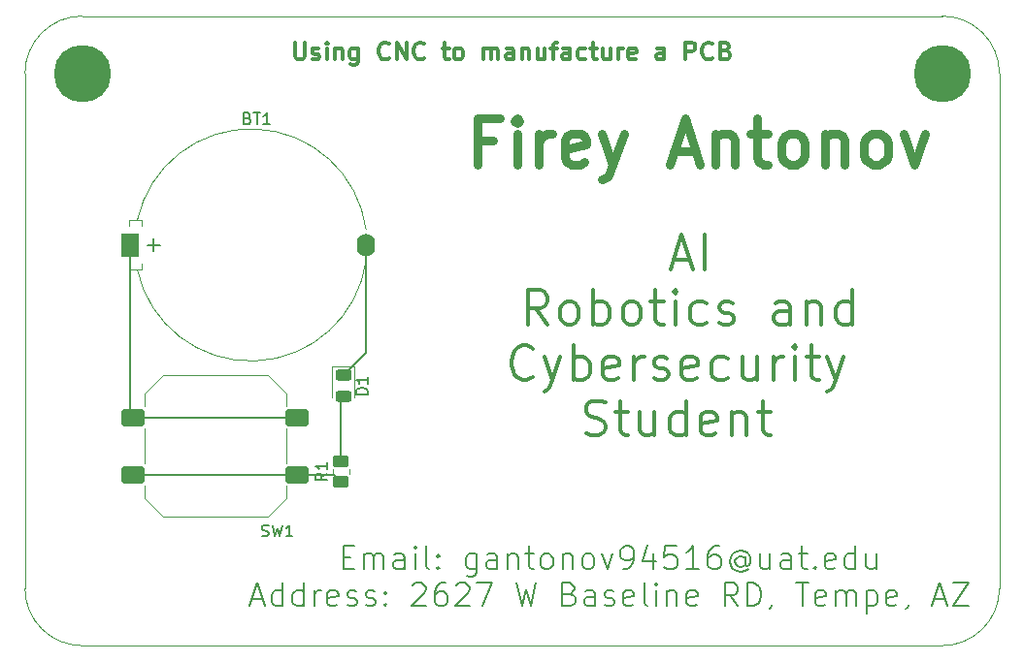
<source format=gto>
%TF.GenerationSoftware,KiCad,Pcbnew,9.0.5*%
%TF.CreationDate,2025-10-31T23:08:30-07:00*%
%TF.ProjectId,Business Card PCB,42757369-6e65-4737-9320-436172642050,rev?*%
%TF.SameCoordinates,Original*%
%TF.FileFunction,Legend,Top*%
%TF.FilePolarity,Positive*%
%FSLAX46Y46*%
G04 Gerber Fmt 4.6, Leading zero omitted, Abs format (unit mm)*
G04 Created by KiCad (PCBNEW 9.0.5) date 2025-10-31 23:08:30*
%MOMM*%
%LPD*%
G01*
G04 APERTURE LIST*
G04 Aperture macros list*
%AMRoundRect*
0 Rectangle with rounded corners*
0 $1 Rounding radius*
0 $2 $3 $4 $5 $6 $7 $8 $9 X,Y pos of 4 corners*
0 Add a 4 corners polygon primitive as box body*
4,1,4,$2,$3,$4,$5,$6,$7,$8,$9,$2,$3,0*
0 Add four circle primitives for the rounded corners*
1,1,$1+$1,$2,$3*
1,1,$1+$1,$4,$5*
1,1,$1+$1,$6,$7*
1,1,$1+$1,$8,$9*
0 Add four rect primitives between the rounded corners*
20,1,$1+$1,$2,$3,$4,$5,0*
20,1,$1+$1,$4,$5,$6,$7,0*
20,1,$1+$1,$6,$7,$8,$9,0*
20,1,$1+$1,$8,$9,$2,$3,0*%
G04 Aperture macros list end*
%ADD10C,0.150000*%
%ADD11C,0.120000*%
%ADD12R,1.600000X2.000000*%
%ADD13O,1.600000X2.000000*%
%ADD14C,2.000000*%
%ADD15RoundRect,0.250000X-0.750000X-0.500000X0.750000X-0.500000X0.750000X0.500000X-0.750000X0.500000X0*%
%ADD16RoundRect,0.243750X-0.456250X0.243750X-0.456250X-0.243750X0.456250X-0.243750X0.456250X0.243750X0*%
%ADD17RoundRect,0.250000X0.450000X-0.262500X0.450000X0.262500X-0.450000X0.262500X-0.450000X-0.262500X0*%
%ADD18C,0.300000*%
%TA.AperFunction,NonConductor*%
%ADD19C,0.300000*%
%TD*%
%TA.AperFunction,NonConductor*%
%ADD20C,0.150000*%
%TD*%
%ADD21C,0.375000*%
%TA.AperFunction,NonConductor*%
%ADD22C,0.375000*%
%TD*%
%ADD23C,0.800000*%
%TA.AperFunction,NonConductor*%
%ADD24C,0.800000*%
%TD*%
%TA.AperFunction,ComponentPad*%
%ADD25R,1.600000X2.000000*%
%TD*%
%TA.AperFunction,ComponentPad*%
%ADD26O,1.600000X2.000000*%
%TD*%
%TA.AperFunction,SMDPad,CuDef*%
%ADD27RoundRect,0.250000X-0.750000X-0.500000X0.750000X-0.500000X0.750000X0.500000X-0.750000X0.500000X0*%
%TD*%
%TA.AperFunction,SMDPad,CuDef*%
%ADD28RoundRect,0.243750X-0.456250X0.243750X-0.456250X-0.243750X0.456250X-0.243750X0.456250X0.243750X0*%
%TD*%
%TA.AperFunction,SMDPad,CuDef*%
%ADD29RoundRect,0.250000X0.450000X-0.262500X0.450000X0.262500X-0.450000X0.262500X-0.450000X-0.262500X0*%
%TD*%
%TA.AperFunction,ViaPad*%
%ADD30C,5.000000*%
%TD*%
%TA.AperFunction,Conductor*%
%ADD31C,0.200000*%
%TD*%
%TA.AperFunction,Profile*%
%ADD32C,0.100000*%
%TD*%
G04 APERTURE END LIST*
D10*
X126419285Y-66930887D02*
X126562142Y-66978506D01*
X126562142Y-66978506D02*
X126609761Y-67026125D01*
X126609761Y-67026125D02*
X126657380Y-67121363D01*
X126657380Y-67121363D02*
X126657380Y-67264220D01*
X126657380Y-67264220D02*
X126609761Y-67359458D01*
X126609761Y-67359458D02*
X126562142Y-67407078D01*
X126562142Y-67407078D02*
X126466904Y-67454697D01*
X126466904Y-67454697D02*
X126085952Y-67454697D01*
X126085952Y-67454697D02*
X126085952Y-66454697D01*
X126085952Y-66454697D02*
X126419285Y-66454697D01*
X126419285Y-66454697D02*
X126514523Y-66502316D01*
X126514523Y-66502316D02*
X126562142Y-66549935D01*
X126562142Y-66549935D02*
X126609761Y-66645173D01*
X126609761Y-66645173D02*
X126609761Y-66740411D01*
X126609761Y-66740411D02*
X126562142Y-66835649D01*
X126562142Y-66835649D02*
X126514523Y-66883268D01*
X126514523Y-66883268D02*
X126419285Y-66930887D01*
X126419285Y-66930887D02*
X126085952Y-66930887D01*
X126943095Y-66454697D02*
X127514523Y-66454697D01*
X127228809Y-67454697D02*
X127228809Y-66454697D01*
X128371666Y-67454697D02*
X127800238Y-67454697D01*
X128085952Y-67454697D02*
X128085952Y-66454697D01*
X128085952Y-66454697D02*
X127990714Y-66597554D01*
X127990714Y-66597554D02*
X127895476Y-66692792D01*
X127895476Y-66692792D02*
X127800238Y-66740411D01*
X117665571Y-77987578D02*
X118808429Y-77987578D01*
X118237000Y-78559006D02*
X118237000Y-77416149D01*
X127666667Y-103407200D02*
X127809524Y-103454819D01*
X127809524Y-103454819D02*
X128047619Y-103454819D01*
X128047619Y-103454819D02*
X128142857Y-103407200D01*
X128142857Y-103407200D02*
X128190476Y-103359580D01*
X128190476Y-103359580D02*
X128238095Y-103264342D01*
X128238095Y-103264342D02*
X128238095Y-103169104D01*
X128238095Y-103169104D02*
X128190476Y-103073866D01*
X128190476Y-103073866D02*
X128142857Y-103026247D01*
X128142857Y-103026247D02*
X128047619Y-102978628D01*
X128047619Y-102978628D02*
X127857143Y-102931009D01*
X127857143Y-102931009D02*
X127761905Y-102883390D01*
X127761905Y-102883390D02*
X127714286Y-102835771D01*
X127714286Y-102835771D02*
X127666667Y-102740533D01*
X127666667Y-102740533D02*
X127666667Y-102645295D01*
X127666667Y-102645295D02*
X127714286Y-102550057D01*
X127714286Y-102550057D02*
X127761905Y-102502438D01*
X127761905Y-102502438D02*
X127857143Y-102454819D01*
X127857143Y-102454819D02*
X128095238Y-102454819D01*
X128095238Y-102454819D02*
X128238095Y-102502438D01*
X128571429Y-102454819D02*
X128809524Y-103454819D01*
X128809524Y-103454819D02*
X129000000Y-102740533D01*
X129000000Y-102740533D02*
X129190476Y-103454819D01*
X129190476Y-103454819D02*
X129428572Y-102454819D01*
X130333333Y-103454819D02*
X129761905Y-103454819D01*
X130047619Y-103454819D02*
X130047619Y-102454819D01*
X130047619Y-102454819D02*
X129952381Y-102597676D01*
X129952381Y-102597676D02*
X129857143Y-102692914D01*
X129857143Y-102692914D02*
X129761905Y-102740533D01*
X136879819Y-91041365D02*
X135879819Y-91041365D01*
X135879819Y-91041365D02*
X135879819Y-90803270D01*
X135879819Y-90803270D02*
X135927438Y-90660413D01*
X135927438Y-90660413D02*
X136022676Y-90565175D01*
X136022676Y-90565175D02*
X136117914Y-90517556D01*
X136117914Y-90517556D02*
X136308390Y-90469937D01*
X136308390Y-90469937D02*
X136451247Y-90469937D01*
X136451247Y-90469937D02*
X136641723Y-90517556D01*
X136641723Y-90517556D02*
X136736961Y-90565175D01*
X136736961Y-90565175D02*
X136832200Y-90660413D01*
X136832200Y-90660413D02*
X136879819Y-90803270D01*
X136879819Y-90803270D02*
X136879819Y-91041365D01*
X136879819Y-89517556D02*
X136879819Y-90088984D01*
X136879819Y-89803270D02*
X135879819Y-89803270D01*
X135879819Y-89803270D02*
X136022676Y-89898508D01*
X136022676Y-89898508D02*
X136117914Y-89993746D01*
X136117914Y-89993746D02*
X136165533Y-90088984D01*
X133364819Y-97964937D02*
X132888628Y-98298270D01*
X133364819Y-98536365D02*
X132364819Y-98536365D01*
X132364819Y-98536365D02*
X132364819Y-98155413D01*
X132364819Y-98155413D02*
X132412438Y-98060175D01*
X132412438Y-98060175D02*
X132460057Y-98012556D01*
X132460057Y-98012556D02*
X132555295Y-97964937D01*
X132555295Y-97964937D02*
X132698152Y-97964937D01*
X132698152Y-97964937D02*
X132793390Y-98012556D01*
X132793390Y-98012556D02*
X132841009Y-98060175D01*
X132841009Y-98060175D02*
X132888628Y-98155413D01*
X132888628Y-98155413D02*
X132888628Y-98536365D01*
X133364819Y-97012556D02*
X133364819Y-97583984D01*
X133364819Y-97298270D02*
X132364819Y-97298270D01*
X132364819Y-97298270D02*
X132507676Y-97393508D01*
X132507676Y-97393508D02*
X132602914Y-97488746D01*
X132602914Y-97488746D02*
X132650533Y-97583984D01*
D11*
%TO.C,BT1*%
X116055000Y-75849878D02*
X116055000Y-76349878D01*
X116055000Y-75849878D02*
X117205000Y-75849878D01*
X116055000Y-80149878D02*
X116055000Y-79649878D01*
X116055000Y-80149878D02*
X117205000Y-80149878D01*
X117205000Y-75849878D02*
X117205000Y-76349878D01*
X117205000Y-80149878D02*
X117205000Y-79649878D01*
X116795000Y-75849878D02*
G75*
G02*
X136755000Y-76649878I9909758J-2152544D01*
G01*
X136755000Y-79349878D02*
G75*
G02*
X116795000Y-80149878I-10050242J1352544D01*
G01*
%TO.C,SW1*%
X117405000Y-90958271D02*
X119005000Y-89358271D01*
X117405000Y-92108271D02*
X117405000Y-90958271D01*
X117405000Y-94008271D02*
X117405000Y-97108271D01*
X117405000Y-99008271D02*
X117405000Y-100158271D01*
X117405000Y-100158271D02*
X119005000Y-101758271D01*
X119005000Y-89358271D02*
X128205000Y-89358271D01*
X119005000Y-101758271D02*
X128205000Y-101758271D01*
X128205000Y-89358271D02*
X129805000Y-90958271D01*
X128205000Y-101758271D02*
X129805000Y-100158271D01*
X129805000Y-92108271D02*
X129805000Y-90958271D01*
X129805000Y-94008271D02*
X129805000Y-97108271D01*
X129805000Y-99008271D02*
X129805000Y-100158271D01*
%TO.C,D1*%
X133815000Y-88618271D02*
X133815000Y-91303271D01*
X135735000Y-88618271D02*
X133815000Y-88618271D01*
X135735000Y-91303271D02*
X135735000Y-88618271D01*
%TO.C,R1*%
X133825000Y-98025335D02*
X133825000Y-97571207D01*
X135295000Y-98025335D02*
X135295000Y-97571207D01*
%TD*%
%LPC*%
D12*
%TO.C,BT1*%
X116205000Y-77999878D03*
D13*
X136705000Y-77999878D03*
%TD*%
D14*
%TO.C,SW1*%
X123605000Y-91058271D03*
X123605000Y-100058271D03*
D15*
X116455000Y-93058271D03*
X130755000Y-93058271D03*
X116455000Y-98058271D03*
X130755000Y-98058271D03*
%TD*%
D16*
%TO.C,D1*%
X134775000Y-89365771D03*
X134775000Y-91240771D03*
%TD*%
D17*
%TO.C,R1*%
X134560000Y-98710771D03*
X134560000Y-96885771D03*
%TD*%
%LPD*%
D18*
D19*
X130554510Y-60300828D02*
X130554510Y-61515114D01*
X130554510Y-61515114D02*
X130625939Y-61657971D01*
X130625939Y-61657971D02*
X130697368Y-61729400D01*
X130697368Y-61729400D02*
X130840225Y-61800828D01*
X130840225Y-61800828D02*
X131125939Y-61800828D01*
X131125939Y-61800828D02*
X131268796Y-61729400D01*
X131268796Y-61729400D02*
X131340225Y-61657971D01*
X131340225Y-61657971D02*
X131411653Y-61515114D01*
X131411653Y-61515114D02*
X131411653Y-60300828D01*
X132054511Y-61729400D02*
X132197368Y-61800828D01*
X132197368Y-61800828D02*
X132483082Y-61800828D01*
X132483082Y-61800828D02*
X132625939Y-61729400D01*
X132625939Y-61729400D02*
X132697368Y-61586542D01*
X132697368Y-61586542D02*
X132697368Y-61515114D01*
X132697368Y-61515114D02*
X132625939Y-61372257D01*
X132625939Y-61372257D02*
X132483082Y-61300828D01*
X132483082Y-61300828D02*
X132268797Y-61300828D01*
X132268797Y-61300828D02*
X132125939Y-61229400D01*
X132125939Y-61229400D02*
X132054511Y-61086542D01*
X132054511Y-61086542D02*
X132054511Y-61015114D01*
X132054511Y-61015114D02*
X132125939Y-60872257D01*
X132125939Y-60872257D02*
X132268797Y-60800828D01*
X132268797Y-60800828D02*
X132483082Y-60800828D01*
X132483082Y-60800828D02*
X132625939Y-60872257D01*
X133340225Y-61800828D02*
X133340225Y-60800828D01*
X133340225Y-60300828D02*
X133268797Y-60372257D01*
X133268797Y-60372257D02*
X133340225Y-60443685D01*
X133340225Y-60443685D02*
X133411654Y-60372257D01*
X133411654Y-60372257D02*
X133340225Y-60300828D01*
X133340225Y-60300828D02*
X133340225Y-60443685D01*
X134054511Y-60800828D02*
X134054511Y-61800828D01*
X134054511Y-60943685D02*
X134125940Y-60872257D01*
X134125940Y-60872257D02*
X134268797Y-60800828D01*
X134268797Y-60800828D02*
X134483083Y-60800828D01*
X134483083Y-60800828D02*
X134625940Y-60872257D01*
X134625940Y-60872257D02*
X134697369Y-61015114D01*
X134697369Y-61015114D02*
X134697369Y-61800828D01*
X136054512Y-60800828D02*
X136054512Y-62015114D01*
X136054512Y-62015114D02*
X135983083Y-62157971D01*
X135983083Y-62157971D02*
X135911654Y-62229400D01*
X135911654Y-62229400D02*
X135768797Y-62300828D01*
X135768797Y-62300828D02*
X135554512Y-62300828D01*
X135554512Y-62300828D02*
X135411654Y-62229400D01*
X136054512Y-61729400D02*
X135911654Y-61800828D01*
X135911654Y-61800828D02*
X135625940Y-61800828D01*
X135625940Y-61800828D02*
X135483083Y-61729400D01*
X135483083Y-61729400D02*
X135411654Y-61657971D01*
X135411654Y-61657971D02*
X135340226Y-61515114D01*
X135340226Y-61515114D02*
X135340226Y-61086542D01*
X135340226Y-61086542D02*
X135411654Y-60943685D01*
X135411654Y-60943685D02*
X135483083Y-60872257D01*
X135483083Y-60872257D02*
X135625940Y-60800828D01*
X135625940Y-60800828D02*
X135911654Y-60800828D01*
X135911654Y-60800828D02*
X136054512Y-60872257D01*
X138768797Y-61657971D02*
X138697369Y-61729400D01*
X138697369Y-61729400D02*
X138483083Y-61800828D01*
X138483083Y-61800828D02*
X138340226Y-61800828D01*
X138340226Y-61800828D02*
X138125940Y-61729400D01*
X138125940Y-61729400D02*
X137983083Y-61586542D01*
X137983083Y-61586542D02*
X137911654Y-61443685D01*
X137911654Y-61443685D02*
X137840226Y-61157971D01*
X137840226Y-61157971D02*
X137840226Y-60943685D01*
X137840226Y-60943685D02*
X137911654Y-60657971D01*
X137911654Y-60657971D02*
X137983083Y-60515114D01*
X137983083Y-60515114D02*
X138125940Y-60372257D01*
X138125940Y-60372257D02*
X138340226Y-60300828D01*
X138340226Y-60300828D02*
X138483083Y-60300828D01*
X138483083Y-60300828D02*
X138697369Y-60372257D01*
X138697369Y-60372257D02*
X138768797Y-60443685D01*
X139411654Y-61800828D02*
X139411654Y-60300828D01*
X139411654Y-60300828D02*
X140268797Y-61800828D01*
X140268797Y-61800828D02*
X140268797Y-60300828D01*
X141840226Y-61657971D02*
X141768798Y-61729400D01*
X141768798Y-61729400D02*
X141554512Y-61800828D01*
X141554512Y-61800828D02*
X141411655Y-61800828D01*
X141411655Y-61800828D02*
X141197369Y-61729400D01*
X141197369Y-61729400D02*
X141054512Y-61586542D01*
X141054512Y-61586542D02*
X140983083Y-61443685D01*
X140983083Y-61443685D02*
X140911655Y-61157971D01*
X140911655Y-61157971D02*
X140911655Y-60943685D01*
X140911655Y-60943685D02*
X140983083Y-60657971D01*
X140983083Y-60657971D02*
X141054512Y-60515114D01*
X141054512Y-60515114D02*
X141197369Y-60372257D01*
X141197369Y-60372257D02*
X141411655Y-60300828D01*
X141411655Y-60300828D02*
X141554512Y-60300828D01*
X141554512Y-60300828D02*
X141768798Y-60372257D01*
X141768798Y-60372257D02*
X141840226Y-60443685D01*
X143411655Y-60800828D02*
X143983083Y-60800828D01*
X143625940Y-60300828D02*
X143625940Y-61586542D01*
X143625940Y-61586542D02*
X143697369Y-61729400D01*
X143697369Y-61729400D02*
X143840226Y-61800828D01*
X143840226Y-61800828D02*
X143983083Y-61800828D01*
X144697369Y-61800828D02*
X144554512Y-61729400D01*
X144554512Y-61729400D02*
X144483083Y-61657971D01*
X144483083Y-61657971D02*
X144411655Y-61515114D01*
X144411655Y-61515114D02*
X144411655Y-61086542D01*
X144411655Y-61086542D02*
X144483083Y-60943685D01*
X144483083Y-60943685D02*
X144554512Y-60872257D01*
X144554512Y-60872257D02*
X144697369Y-60800828D01*
X144697369Y-60800828D02*
X144911655Y-60800828D01*
X144911655Y-60800828D02*
X145054512Y-60872257D01*
X145054512Y-60872257D02*
X145125941Y-60943685D01*
X145125941Y-60943685D02*
X145197369Y-61086542D01*
X145197369Y-61086542D02*
X145197369Y-61515114D01*
X145197369Y-61515114D02*
X145125941Y-61657971D01*
X145125941Y-61657971D02*
X145054512Y-61729400D01*
X145054512Y-61729400D02*
X144911655Y-61800828D01*
X144911655Y-61800828D02*
X144697369Y-61800828D01*
X146983083Y-61800828D02*
X146983083Y-60800828D01*
X146983083Y-60943685D02*
X147054512Y-60872257D01*
X147054512Y-60872257D02*
X147197369Y-60800828D01*
X147197369Y-60800828D02*
X147411655Y-60800828D01*
X147411655Y-60800828D02*
X147554512Y-60872257D01*
X147554512Y-60872257D02*
X147625941Y-61015114D01*
X147625941Y-61015114D02*
X147625941Y-61800828D01*
X147625941Y-61015114D02*
X147697369Y-60872257D01*
X147697369Y-60872257D02*
X147840226Y-60800828D01*
X147840226Y-60800828D02*
X148054512Y-60800828D01*
X148054512Y-60800828D02*
X148197369Y-60872257D01*
X148197369Y-60872257D02*
X148268798Y-61015114D01*
X148268798Y-61015114D02*
X148268798Y-61800828D01*
X149625941Y-61800828D02*
X149625941Y-61015114D01*
X149625941Y-61015114D02*
X149554512Y-60872257D01*
X149554512Y-60872257D02*
X149411655Y-60800828D01*
X149411655Y-60800828D02*
X149125941Y-60800828D01*
X149125941Y-60800828D02*
X148983083Y-60872257D01*
X149625941Y-61729400D02*
X149483083Y-61800828D01*
X149483083Y-61800828D02*
X149125941Y-61800828D01*
X149125941Y-61800828D02*
X148983083Y-61729400D01*
X148983083Y-61729400D02*
X148911655Y-61586542D01*
X148911655Y-61586542D02*
X148911655Y-61443685D01*
X148911655Y-61443685D02*
X148983083Y-61300828D01*
X148983083Y-61300828D02*
X149125941Y-61229400D01*
X149125941Y-61229400D02*
X149483083Y-61229400D01*
X149483083Y-61229400D02*
X149625941Y-61157971D01*
X150340226Y-60800828D02*
X150340226Y-61800828D01*
X150340226Y-60943685D02*
X150411655Y-60872257D01*
X150411655Y-60872257D02*
X150554512Y-60800828D01*
X150554512Y-60800828D02*
X150768798Y-60800828D01*
X150768798Y-60800828D02*
X150911655Y-60872257D01*
X150911655Y-60872257D02*
X150983084Y-61015114D01*
X150983084Y-61015114D02*
X150983084Y-61800828D01*
X152340227Y-60800828D02*
X152340227Y-61800828D01*
X151697369Y-60800828D02*
X151697369Y-61586542D01*
X151697369Y-61586542D02*
X151768798Y-61729400D01*
X151768798Y-61729400D02*
X151911655Y-61800828D01*
X151911655Y-61800828D02*
X152125941Y-61800828D01*
X152125941Y-61800828D02*
X152268798Y-61729400D01*
X152268798Y-61729400D02*
X152340227Y-61657971D01*
X152840227Y-60800828D02*
X153411655Y-60800828D01*
X153054512Y-61800828D02*
X153054512Y-60515114D01*
X153054512Y-60515114D02*
X153125941Y-60372257D01*
X153125941Y-60372257D02*
X153268798Y-60300828D01*
X153268798Y-60300828D02*
X153411655Y-60300828D01*
X154554513Y-61800828D02*
X154554513Y-61015114D01*
X154554513Y-61015114D02*
X154483084Y-60872257D01*
X154483084Y-60872257D02*
X154340227Y-60800828D01*
X154340227Y-60800828D02*
X154054513Y-60800828D01*
X154054513Y-60800828D02*
X153911655Y-60872257D01*
X154554513Y-61729400D02*
X154411655Y-61800828D01*
X154411655Y-61800828D02*
X154054513Y-61800828D01*
X154054513Y-61800828D02*
X153911655Y-61729400D01*
X153911655Y-61729400D02*
X153840227Y-61586542D01*
X153840227Y-61586542D02*
X153840227Y-61443685D01*
X153840227Y-61443685D02*
X153911655Y-61300828D01*
X153911655Y-61300828D02*
X154054513Y-61229400D01*
X154054513Y-61229400D02*
X154411655Y-61229400D01*
X154411655Y-61229400D02*
X154554513Y-61157971D01*
X155911656Y-61729400D02*
X155768798Y-61800828D01*
X155768798Y-61800828D02*
X155483084Y-61800828D01*
X155483084Y-61800828D02*
X155340227Y-61729400D01*
X155340227Y-61729400D02*
X155268798Y-61657971D01*
X155268798Y-61657971D02*
X155197370Y-61515114D01*
X155197370Y-61515114D02*
X155197370Y-61086542D01*
X155197370Y-61086542D02*
X155268798Y-60943685D01*
X155268798Y-60943685D02*
X155340227Y-60872257D01*
X155340227Y-60872257D02*
X155483084Y-60800828D01*
X155483084Y-60800828D02*
X155768798Y-60800828D01*
X155768798Y-60800828D02*
X155911656Y-60872257D01*
X156340227Y-60800828D02*
X156911655Y-60800828D01*
X156554512Y-60300828D02*
X156554512Y-61586542D01*
X156554512Y-61586542D02*
X156625941Y-61729400D01*
X156625941Y-61729400D02*
X156768798Y-61800828D01*
X156768798Y-61800828D02*
X156911655Y-61800828D01*
X158054513Y-60800828D02*
X158054513Y-61800828D01*
X157411655Y-60800828D02*
X157411655Y-61586542D01*
X157411655Y-61586542D02*
X157483084Y-61729400D01*
X157483084Y-61729400D02*
X157625941Y-61800828D01*
X157625941Y-61800828D02*
X157840227Y-61800828D01*
X157840227Y-61800828D02*
X157983084Y-61729400D01*
X157983084Y-61729400D02*
X158054513Y-61657971D01*
X158768798Y-61800828D02*
X158768798Y-60800828D01*
X158768798Y-61086542D02*
X158840227Y-60943685D01*
X158840227Y-60943685D02*
X158911656Y-60872257D01*
X158911656Y-60872257D02*
X159054513Y-60800828D01*
X159054513Y-60800828D02*
X159197370Y-60800828D01*
X160268798Y-61729400D02*
X160125941Y-61800828D01*
X160125941Y-61800828D02*
X159840227Y-61800828D01*
X159840227Y-61800828D02*
X159697369Y-61729400D01*
X159697369Y-61729400D02*
X159625941Y-61586542D01*
X159625941Y-61586542D02*
X159625941Y-61015114D01*
X159625941Y-61015114D02*
X159697369Y-60872257D01*
X159697369Y-60872257D02*
X159840227Y-60800828D01*
X159840227Y-60800828D02*
X160125941Y-60800828D01*
X160125941Y-60800828D02*
X160268798Y-60872257D01*
X160268798Y-60872257D02*
X160340227Y-61015114D01*
X160340227Y-61015114D02*
X160340227Y-61157971D01*
X160340227Y-61157971D02*
X159625941Y-61300828D01*
X162768798Y-61800828D02*
X162768798Y-61015114D01*
X162768798Y-61015114D02*
X162697369Y-60872257D01*
X162697369Y-60872257D02*
X162554512Y-60800828D01*
X162554512Y-60800828D02*
X162268798Y-60800828D01*
X162268798Y-60800828D02*
X162125940Y-60872257D01*
X162768798Y-61729400D02*
X162625940Y-61800828D01*
X162625940Y-61800828D02*
X162268798Y-61800828D01*
X162268798Y-61800828D02*
X162125940Y-61729400D01*
X162125940Y-61729400D02*
X162054512Y-61586542D01*
X162054512Y-61586542D02*
X162054512Y-61443685D01*
X162054512Y-61443685D02*
X162125940Y-61300828D01*
X162125940Y-61300828D02*
X162268798Y-61229400D01*
X162268798Y-61229400D02*
X162625940Y-61229400D01*
X162625940Y-61229400D02*
X162768798Y-61157971D01*
X164625940Y-61800828D02*
X164625940Y-60300828D01*
X164625940Y-60300828D02*
X165197369Y-60300828D01*
X165197369Y-60300828D02*
X165340226Y-60372257D01*
X165340226Y-60372257D02*
X165411655Y-60443685D01*
X165411655Y-60443685D02*
X165483083Y-60586542D01*
X165483083Y-60586542D02*
X165483083Y-60800828D01*
X165483083Y-60800828D02*
X165411655Y-60943685D01*
X165411655Y-60943685D02*
X165340226Y-61015114D01*
X165340226Y-61015114D02*
X165197369Y-61086542D01*
X165197369Y-61086542D02*
X164625940Y-61086542D01*
X166983083Y-61657971D02*
X166911655Y-61729400D01*
X166911655Y-61729400D02*
X166697369Y-61800828D01*
X166697369Y-61800828D02*
X166554512Y-61800828D01*
X166554512Y-61800828D02*
X166340226Y-61729400D01*
X166340226Y-61729400D02*
X166197369Y-61586542D01*
X166197369Y-61586542D02*
X166125940Y-61443685D01*
X166125940Y-61443685D02*
X166054512Y-61157971D01*
X166054512Y-61157971D02*
X166054512Y-60943685D01*
X166054512Y-60943685D02*
X166125940Y-60657971D01*
X166125940Y-60657971D02*
X166197369Y-60515114D01*
X166197369Y-60515114D02*
X166340226Y-60372257D01*
X166340226Y-60372257D02*
X166554512Y-60300828D01*
X166554512Y-60300828D02*
X166697369Y-60300828D01*
X166697369Y-60300828D02*
X166911655Y-60372257D01*
X166911655Y-60372257D02*
X166983083Y-60443685D01*
X168125940Y-61015114D02*
X168340226Y-61086542D01*
X168340226Y-61086542D02*
X168411655Y-61157971D01*
X168411655Y-61157971D02*
X168483083Y-61300828D01*
X168483083Y-61300828D02*
X168483083Y-61515114D01*
X168483083Y-61515114D02*
X168411655Y-61657971D01*
X168411655Y-61657971D02*
X168340226Y-61729400D01*
X168340226Y-61729400D02*
X168197369Y-61800828D01*
X168197369Y-61800828D02*
X167625940Y-61800828D01*
X167625940Y-61800828D02*
X167625940Y-60300828D01*
X167625940Y-60300828D02*
X168125940Y-60300828D01*
X168125940Y-60300828D02*
X168268798Y-60372257D01*
X168268798Y-60372257D02*
X168340226Y-60443685D01*
X168340226Y-60443685D02*
X168411655Y-60586542D01*
X168411655Y-60586542D02*
X168411655Y-60729400D01*
X168411655Y-60729400D02*
X168340226Y-60872257D01*
X168340226Y-60872257D02*
X168268798Y-60943685D01*
X168268798Y-60943685D02*
X168125940Y-61015114D01*
X168125940Y-61015114D02*
X167625940Y-61015114D01*
D10*
D20*
X134761902Y-105259875D02*
X135428569Y-105259875D01*
X135714283Y-106307494D02*
X134761902Y-106307494D01*
X134761902Y-106307494D02*
X134761902Y-104307494D01*
X134761902Y-104307494D02*
X135714283Y-104307494D01*
X136571426Y-106307494D02*
X136571426Y-104974160D01*
X136571426Y-105164636D02*
X136666664Y-105069398D01*
X136666664Y-105069398D02*
X136857140Y-104974160D01*
X136857140Y-104974160D02*
X137142855Y-104974160D01*
X137142855Y-104974160D02*
X137333331Y-105069398D01*
X137333331Y-105069398D02*
X137428569Y-105259875D01*
X137428569Y-105259875D02*
X137428569Y-106307494D01*
X137428569Y-105259875D02*
X137523807Y-105069398D01*
X137523807Y-105069398D02*
X137714283Y-104974160D01*
X137714283Y-104974160D02*
X137999997Y-104974160D01*
X137999997Y-104974160D02*
X138190474Y-105069398D01*
X138190474Y-105069398D02*
X138285712Y-105259875D01*
X138285712Y-105259875D02*
X138285712Y-106307494D01*
X140095236Y-106307494D02*
X140095236Y-105259875D01*
X140095236Y-105259875D02*
X139999998Y-105069398D01*
X139999998Y-105069398D02*
X139809522Y-104974160D01*
X139809522Y-104974160D02*
X139428569Y-104974160D01*
X139428569Y-104974160D02*
X139238093Y-105069398D01*
X140095236Y-106212256D02*
X139904760Y-106307494D01*
X139904760Y-106307494D02*
X139428569Y-106307494D01*
X139428569Y-106307494D02*
X139238093Y-106212256D01*
X139238093Y-106212256D02*
X139142855Y-106021779D01*
X139142855Y-106021779D02*
X139142855Y-105831303D01*
X139142855Y-105831303D02*
X139238093Y-105640827D01*
X139238093Y-105640827D02*
X139428569Y-105545589D01*
X139428569Y-105545589D02*
X139904760Y-105545589D01*
X139904760Y-105545589D02*
X140095236Y-105450351D01*
X141047617Y-106307494D02*
X141047617Y-104974160D01*
X141047617Y-104307494D02*
X140952379Y-104402732D01*
X140952379Y-104402732D02*
X141047617Y-104497970D01*
X141047617Y-104497970D02*
X141142855Y-104402732D01*
X141142855Y-104402732D02*
X141047617Y-104307494D01*
X141047617Y-104307494D02*
X141047617Y-104497970D01*
X142285712Y-106307494D02*
X142095236Y-106212256D01*
X142095236Y-106212256D02*
X141999998Y-106021779D01*
X141999998Y-106021779D02*
X141999998Y-104307494D01*
X143047617Y-106117017D02*
X143142855Y-106212256D01*
X143142855Y-106212256D02*
X143047617Y-106307494D01*
X143047617Y-106307494D02*
X142952379Y-106212256D01*
X142952379Y-106212256D02*
X143047617Y-106117017D01*
X143047617Y-106117017D02*
X143047617Y-106307494D01*
X143047617Y-105069398D02*
X143142855Y-105164636D01*
X143142855Y-105164636D02*
X143047617Y-105259875D01*
X143047617Y-105259875D02*
X142952379Y-105164636D01*
X142952379Y-105164636D02*
X143047617Y-105069398D01*
X143047617Y-105069398D02*
X143047617Y-105259875D01*
X146380951Y-104974160D02*
X146380951Y-106593208D01*
X146380951Y-106593208D02*
X146285713Y-106783684D01*
X146285713Y-106783684D02*
X146190475Y-106878922D01*
X146190475Y-106878922D02*
X145999998Y-106974160D01*
X145999998Y-106974160D02*
X145714284Y-106974160D01*
X145714284Y-106974160D02*
X145523808Y-106878922D01*
X146380951Y-106212256D02*
X146190475Y-106307494D01*
X146190475Y-106307494D02*
X145809522Y-106307494D01*
X145809522Y-106307494D02*
X145619046Y-106212256D01*
X145619046Y-106212256D02*
X145523808Y-106117017D01*
X145523808Y-106117017D02*
X145428570Y-105926541D01*
X145428570Y-105926541D02*
X145428570Y-105355113D01*
X145428570Y-105355113D02*
X145523808Y-105164636D01*
X145523808Y-105164636D02*
X145619046Y-105069398D01*
X145619046Y-105069398D02*
X145809522Y-104974160D01*
X145809522Y-104974160D02*
X146190475Y-104974160D01*
X146190475Y-104974160D02*
X146380951Y-105069398D01*
X148190475Y-106307494D02*
X148190475Y-105259875D01*
X148190475Y-105259875D02*
X148095237Y-105069398D01*
X148095237Y-105069398D02*
X147904761Y-104974160D01*
X147904761Y-104974160D02*
X147523808Y-104974160D01*
X147523808Y-104974160D02*
X147333332Y-105069398D01*
X148190475Y-106212256D02*
X147999999Y-106307494D01*
X147999999Y-106307494D02*
X147523808Y-106307494D01*
X147523808Y-106307494D02*
X147333332Y-106212256D01*
X147333332Y-106212256D02*
X147238094Y-106021779D01*
X147238094Y-106021779D02*
X147238094Y-105831303D01*
X147238094Y-105831303D02*
X147333332Y-105640827D01*
X147333332Y-105640827D02*
X147523808Y-105545589D01*
X147523808Y-105545589D02*
X147999999Y-105545589D01*
X147999999Y-105545589D02*
X148190475Y-105450351D01*
X149142856Y-104974160D02*
X149142856Y-106307494D01*
X149142856Y-105164636D02*
X149238094Y-105069398D01*
X149238094Y-105069398D02*
X149428570Y-104974160D01*
X149428570Y-104974160D02*
X149714285Y-104974160D01*
X149714285Y-104974160D02*
X149904761Y-105069398D01*
X149904761Y-105069398D02*
X149999999Y-105259875D01*
X149999999Y-105259875D02*
X149999999Y-106307494D01*
X150666666Y-104974160D02*
X151428570Y-104974160D01*
X150952380Y-104307494D02*
X150952380Y-106021779D01*
X150952380Y-106021779D02*
X151047618Y-106212256D01*
X151047618Y-106212256D02*
X151238094Y-106307494D01*
X151238094Y-106307494D02*
X151428570Y-106307494D01*
X152380951Y-106307494D02*
X152190475Y-106212256D01*
X152190475Y-106212256D02*
X152095237Y-106117017D01*
X152095237Y-106117017D02*
X151999999Y-105926541D01*
X151999999Y-105926541D02*
X151999999Y-105355113D01*
X151999999Y-105355113D02*
X152095237Y-105164636D01*
X152095237Y-105164636D02*
X152190475Y-105069398D01*
X152190475Y-105069398D02*
X152380951Y-104974160D01*
X152380951Y-104974160D02*
X152666666Y-104974160D01*
X152666666Y-104974160D02*
X152857142Y-105069398D01*
X152857142Y-105069398D02*
X152952380Y-105164636D01*
X152952380Y-105164636D02*
X153047618Y-105355113D01*
X153047618Y-105355113D02*
X153047618Y-105926541D01*
X153047618Y-105926541D02*
X152952380Y-106117017D01*
X152952380Y-106117017D02*
X152857142Y-106212256D01*
X152857142Y-106212256D02*
X152666666Y-106307494D01*
X152666666Y-106307494D02*
X152380951Y-106307494D01*
X153904761Y-104974160D02*
X153904761Y-106307494D01*
X153904761Y-105164636D02*
X153999999Y-105069398D01*
X153999999Y-105069398D02*
X154190475Y-104974160D01*
X154190475Y-104974160D02*
X154476190Y-104974160D01*
X154476190Y-104974160D02*
X154666666Y-105069398D01*
X154666666Y-105069398D02*
X154761904Y-105259875D01*
X154761904Y-105259875D02*
X154761904Y-106307494D01*
X155999999Y-106307494D02*
X155809523Y-106212256D01*
X155809523Y-106212256D02*
X155714285Y-106117017D01*
X155714285Y-106117017D02*
X155619047Y-105926541D01*
X155619047Y-105926541D02*
X155619047Y-105355113D01*
X155619047Y-105355113D02*
X155714285Y-105164636D01*
X155714285Y-105164636D02*
X155809523Y-105069398D01*
X155809523Y-105069398D02*
X155999999Y-104974160D01*
X155999999Y-104974160D02*
X156285714Y-104974160D01*
X156285714Y-104974160D02*
X156476190Y-105069398D01*
X156476190Y-105069398D02*
X156571428Y-105164636D01*
X156571428Y-105164636D02*
X156666666Y-105355113D01*
X156666666Y-105355113D02*
X156666666Y-105926541D01*
X156666666Y-105926541D02*
X156571428Y-106117017D01*
X156571428Y-106117017D02*
X156476190Y-106212256D01*
X156476190Y-106212256D02*
X156285714Y-106307494D01*
X156285714Y-106307494D02*
X155999999Y-106307494D01*
X157333333Y-104974160D02*
X157809523Y-106307494D01*
X157809523Y-106307494D02*
X158285714Y-104974160D01*
X159142857Y-106307494D02*
X159523809Y-106307494D01*
X159523809Y-106307494D02*
X159714286Y-106212256D01*
X159714286Y-106212256D02*
X159809524Y-106117017D01*
X159809524Y-106117017D02*
X160000000Y-105831303D01*
X160000000Y-105831303D02*
X160095238Y-105450351D01*
X160095238Y-105450351D02*
X160095238Y-104688446D01*
X160095238Y-104688446D02*
X160000000Y-104497970D01*
X160000000Y-104497970D02*
X159904762Y-104402732D01*
X159904762Y-104402732D02*
X159714286Y-104307494D01*
X159714286Y-104307494D02*
X159333333Y-104307494D01*
X159333333Y-104307494D02*
X159142857Y-104402732D01*
X159142857Y-104402732D02*
X159047619Y-104497970D01*
X159047619Y-104497970D02*
X158952381Y-104688446D01*
X158952381Y-104688446D02*
X158952381Y-105164636D01*
X158952381Y-105164636D02*
X159047619Y-105355113D01*
X159047619Y-105355113D02*
X159142857Y-105450351D01*
X159142857Y-105450351D02*
X159333333Y-105545589D01*
X159333333Y-105545589D02*
X159714286Y-105545589D01*
X159714286Y-105545589D02*
X159904762Y-105450351D01*
X159904762Y-105450351D02*
X160000000Y-105355113D01*
X160000000Y-105355113D02*
X160095238Y-105164636D01*
X161809524Y-104974160D02*
X161809524Y-106307494D01*
X161333333Y-104212256D02*
X160857143Y-105640827D01*
X160857143Y-105640827D02*
X162095238Y-105640827D01*
X163809524Y-104307494D02*
X162857143Y-104307494D01*
X162857143Y-104307494D02*
X162761905Y-105259875D01*
X162761905Y-105259875D02*
X162857143Y-105164636D01*
X162857143Y-105164636D02*
X163047619Y-105069398D01*
X163047619Y-105069398D02*
X163523810Y-105069398D01*
X163523810Y-105069398D02*
X163714286Y-105164636D01*
X163714286Y-105164636D02*
X163809524Y-105259875D01*
X163809524Y-105259875D02*
X163904762Y-105450351D01*
X163904762Y-105450351D02*
X163904762Y-105926541D01*
X163904762Y-105926541D02*
X163809524Y-106117017D01*
X163809524Y-106117017D02*
X163714286Y-106212256D01*
X163714286Y-106212256D02*
X163523810Y-106307494D01*
X163523810Y-106307494D02*
X163047619Y-106307494D01*
X163047619Y-106307494D02*
X162857143Y-106212256D01*
X162857143Y-106212256D02*
X162761905Y-106117017D01*
X165809524Y-106307494D02*
X164666667Y-106307494D01*
X165238095Y-106307494D02*
X165238095Y-104307494D01*
X165238095Y-104307494D02*
X165047619Y-104593208D01*
X165047619Y-104593208D02*
X164857143Y-104783684D01*
X164857143Y-104783684D02*
X164666667Y-104878922D01*
X167523810Y-104307494D02*
X167142857Y-104307494D01*
X167142857Y-104307494D02*
X166952381Y-104402732D01*
X166952381Y-104402732D02*
X166857143Y-104497970D01*
X166857143Y-104497970D02*
X166666667Y-104783684D01*
X166666667Y-104783684D02*
X166571429Y-105164636D01*
X166571429Y-105164636D02*
X166571429Y-105926541D01*
X166571429Y-105926541D02*
X166666667Y-106117017D01*
X166666667Y-106117017D02*
X166761905Y-106212256D01*
X166761905Y-106212256D02*
X166952381Y-106307494D01*
X166952381Y-106307494D02*
X167333334Y-106307494D01*
X167333334Y-106307494D02*
X167523810Y-106212256D01*
X167523810Y-106212256D02*
X167619048Y-106117017D01*
X167619048Y-106117017D02*
X167714286Y-105926541D01*
X167714286Y-105926541D02*
X167714286Y-105450351D01*
X167714286Y-105450351D02*
X167619048Y-105259875D01*
X167619048Y-105259875D02*
X167523810Y-105164636D01*
X167523810Y-105164636D02*
X167333334Y-105069398D01*
X167333334Y-105069398D02*
X166952381Y-105069398D01*
X166952381Y-105069398D02*
X166761905Y-105164636D01*
X166761905Y-105164636D02*
X166666667Y-105259875D01*
X166666667Y-105259875D02*
X166571429Y-105450351D01*
X169809524Y-105355113D02*
X169714286Y-105259875D01*
X169714286Y-105259875D02*
X169523810Y-105164636D01*
X169523810Y-105164636D02*
X169333334Y-105164636D01*
X169333334Y-105164636D02*
X169142858Y-105259875D01*
X169142858Y-105259875D02*
X169047619Y-105355113D01*
X169047619Y-105355113D02*
X168952381Y-105545589D01*
X168952381Y-105545589D02*
X168952381Y-105736065D01*
X168952381Y-105736065D02*
X169047619Y-105926541D01*
X169047619Y-105926541D02*
X169142858Y-106021779D01*
X169142858Y-106021779D02*
X169333334Y-106117017D01*
X169333334Y-106117017D02*
X169523810Y-106117017D01*
X169523810Y-106117017D02*
X169714286Y-106021779D01*
X169714286Y-106021779D02*
X169809524Y-105926541D01*
X169809524Y-105164636D02*
X169809524Y-105926541D01*
X169809524Y-105926541D02*
X169904762Y-106021779D01*
X169904762Y-106021779D02*
X170000000Y-106021779D01*
X170000000Y-106021779D02*
X170190477Y-105926541D01*
X170190477Y-105926541D02*
X170285715Y-105736065D01*
X170285715Y-105736065D02*
X170285715Y-105259875D01*
X170285715Y-105259875D02*
X170095239Y-104974160D01*
X170095239Y-104974160D02*
X169809524Y-104783684D01*
X169809524Y-104783684D02*
X169428572Y-104688446D01*
X169428572Y-104688446D02*
X169047619Y-104783684D01*
X169047619Y-104783684D02*
X168761905Y-104974160D01*
X168761905Y-104974160D02*
X168571429Y-105259875D01*
X168571429Y-105259875D02*
X168476191Y-105640827D01*
X168476191Y-105640827D02*
X168571429Y-106021779D01*
X168571429Y-106021779D02*
X168761905Y-106307494D01*
X168761905Y-106307494D02*
X169047619Y-106497970D01*
X169047619Y-106497970D02*
X169428572Y-106593208D01*
X169428572Y-106593208D02*
X169809524Y-106497970D01*
X169809524Y-106497970D02*
X170095239Y-106307494D01*
X172000001Y-104974160D02*
X172000001Y-106307494D01*
X171142858Y-104974160D02*
X171142858Y-106021779D01*
X171142858Y-106021779D02*
X171238096Y-106212256D01*
X171238096Y-106212256D02*
X171428572Y-106307494D01*
X171428572Y-106307494D02*
X171714287Y-106307494D01*
X171714287Y-106307494D02*
X171904763Y-106212256D01*
X171904763Y-106212256D02*
X172000001Y-106117017D01*
X173809525Y-106307494D02*
X173809525Y-105259875D01*
X173809525Y-105259875D02*
X173714287Y-105069398D01*
X173714287Y-105069398D02*
X173523811Y-104974160D01*
X173523811Y-104974160D02*
X173142858Y-104974160D01*
X173142858Y-104974160D02*
X172952382Y-105069398D01*
X173809525Y-106212256D02*
X173619049Y-106307494D01*
X173619049Y-106307494D02*
X173142858Y-106307494D01*
X173142858Y-106307494D02*
X172952382Y-106212256D01*
X172952382Y-106212256D02*
X172857144Y-106021779D01*
X172857144Y-106021779D02*
X172857144Y-105831303D01*
X172857144Y-105831303D02*
X172952382Y-105640827D01*
X172952382Y-105640827D02*
X173142858Y-105545589D01*
X173142858Y-105545589D02*
X173619049Y-105545589D01*
X173619049Y-105545589D02*
X173809525Y-105450351D01*
X174476192Y-104974160D02*
X175238096Y-104974160D01*
X174761906Y-104307494D02*
X174761906Y-106021779D01*
X174761906Y-106021779D02*
X174857144Y-106212256D01*
X174857144Y-106212256D02*
X175047620Y-106307494D01*
X175047620Y-106307494D02*
X175238096Y-106307494D01*
X175904763Y-106117017D02*
X176000001Y-106212256D01*
X176000001Y-106212256D02*
X175904763Y-106307494D01*
X175904763Y-106307494D02*
X175809525Y-106212256D01*
X175809525Y-106212256D02*
X175904763Y-106117017D01*
X175904763Y-106117017D02*
X175904763Y-106307494D01*
X177619049Y-106212256D02*
X177428573Y-106307494D01*
X177428573Y-106307494D02*
X177047620Y-106307494D01*
X177047620Y-106307494D02*
X176857144Y-106212256D01*
X176857144Y-106212256D02*
X176761906Y-106021779D01*
X176761906Y-106021779D02*
X176761906Y-105259875D01*
X176761906Y-105259875D02*
X176857144Y-105069398D01*
X176857144Y-105069398D02*
X177047620Y-104974160D01*
X177047620Y-104974160D02*
X177428573Y-104974160D01*
X177428573Y-104974160D02*
X177619049Y-105069398D01*
X177619049Y-105069398D02*
X177714287Y-105259875D01*
X177714287Y-105259875D02*
X177714287Y-105450351D01*
X177714287Y-105450351D02*
X176761906Y-105640827D01*
X179428573Y-106307494D02*
X179428573Y-104307494D01*
X179428573Y-106212256D02*
X179238097Y-106307494D01*
X179238097Y-106307494D02*
X178857144Y-106307494D01*
X178857144Y-106307494D02*
X178666668Y-106212256D01*
X178666668Y-106212256D02*
X178571430Y-106117017D01*
X178571430Y-106117017D02*
X178476192Y-105926541D01*
X178476192Y-105926541D02*
X178476192Y-105355113D01*
X178476192Y-105355113D02*
X178571430Y-105164636D01*
X178571430Y-105164636D02*
X178666668Y-105069398D01*
X178666668Y-105069398D02*
X178857144Y-104974160D01*
X178857144Y-104974160D02*
X179238097Y-104974160D01*
X179238097Y-104974160D02*
X179428573Y-105069398D01*
X181238097Y-104974160D02*
X181238097Y-106307494D01*
X180380954Y-104974160D02*
X180380954Y-106021779D01*
X180380954Y-106021779D02*
X180476192Y-106212256D01*
X180476192Y-106212256D02*
X180666668Y-106307494D01*
X180666668Y-106307494D02*
X180952383Y-106307494D01*
X180952383Y-106307494D02*
X181142859Y-106212256D01*
X181142859Y-106212256D02*
X181238097Y-106117017D01*
X126809520Y-108955953D02*
X127761901Y-108955953D01*
X126619044Y-109527382D02*
X127285710Y-107527382D01*
X127285710Y-107527382D02*
X127952377Y-109527382D01*
X129476187Y-109527382D02*
X129476187Y-107527382D01*
X129476187Y-109432144D02*
X129285711Y-109527382D01*
X129285711Y-109527382D02*
X128904758Y-109527382D01*
X128904758Y-109527382D02*
X128714282Y-109432144D01*
X128714282Y-109432144D02*
X128619044Y-109336905D01*
X128619044Y-109336905D02*
X128523806Y-109146429D01*
X128523806Y-109146429D02*
X128523806Y-108575001D01*
X128523806Y-108575001D02*
X128619044Y-108384524D01*
X128619044Y-108384524D02*
X128714282Y-108289286D01*
X128714282Y-108289286D02*
X128904758Y-108194048D01*
X128904758Y-108194048D02*
X129285711Y-108194048D01*
X129285711Y-108194048D02*
X129476187Y-108289286D01*
X131285711Y-109527382D02*
X131285711Y-107527382D01*
X131285711Y-109432144D02*
X131095235Y-109527382D01*
X131095235Y-109527382D02*
X130714282Y-109527382D01*
X130714282Y-109527382D02*
X130523806Y-109432144D01*
X130523806Y-109432144D02*
X130428568Y-109336905D01*
X130428568Y-109336905D02*
X130333330Y-109146429D01*
X130333330Y-109146429D02*
X130333330Y-108575001D01*
X130333330Y-108575001D02*
X130428568Y-108384524D01*
X130428568Y-108384524D02*
X130523806Y-108289286D01*
X130523806Y-108289286D02*
X130714282Y-108194048D01*
X130714282Y-108194048D02*
X131095235Y-108194048D01*
X131095235Y-108194048D02*
X131285711Y-108289286D01*
X132238092Y-109527382D02*
X132238092Y-108194048D01*
X132238092Y-108575001D02*
X132333330Y-108384524D01*
X132333330Y-108384524D02*
X132428568Y-108289286D01*
X132428568Y-108289286D02*
X132619044Y-108194048D01*
X132619044Y-108194048D02*
X132809521Y-108194048D01*
X134238092Y-109432144D02*
X134047616Y-109527382D01*
X134047616Y-109527382D02*
X133666663Y-109527382D01*
X133666663Y-109527382D02*
X133476187Y-109432144D01*
X133476187Y-109432144D02*
X133380949Y-109241667D01*
X133380949Y-109241667D02*
X133380949Y-108479763D01*
X133380949Y-108479763D02*
X133476187Y-108289286D01*
X133476187Y-108289286D02*
X133666663Y-108194048D01*
X133666663Y-108194048D02*
X134047616Y-108194048D01*
X134047616Y-108194048D02*
X134238092Y-108289286D01*
X134238092Y-108289286D02*
X134333330Y-108479763D01*
X134333330Y-108479763D02*
X134333330Y-108670239D01*
X134333330Y-108670239D02*
X133380949Y-108860715D01*
X135095235Y-109432144D02*
X135285711Y-109527382D01*
X135285711Y-109527382D02*
X135666663Y-109527382D01*
X135666663Y-109527382D02*
X135857140Y-109432144D01*
X135857140Y-109432144D02*
X135952378Y-109241667D01*
X135952378Y-109241667D02*
X135952378Y-109146429D01*
X135952378Y-109146429D02*
X135857140Y-108955953D01*
X135857140Y-108955953D02*
X135666663Y-108860715D01*
X135666663Y-108860715D02*
X135380949Y-108860715D01*
X135380949Y-108860715D02*
X135190473Y-108765477D01*
X135190473Y-108765477D02*
X135095235Y-108575001D01*
X135095235Y-108575001D02*
X135095235Y-108479763D01*
X135095235Y-108479763D02*
X135190473Y-108289286D01*
X135190473Y-108289286D02*
X135380949Y-108194048D01*
X135380949Y-108194048D02*
X135666663Y-108194048D01*
X135666663Y-108194048D02*
X135857140Y-108289286D01*
X136714283Y-109432144D02*
X136904759Y-109527382D01*
X136904759Y-109527382D02*
X137285711Y-109527382D01*
X137285711Y-109527382D02*
X137476188Y-109432144D01*
X137476188Y-109432144D02*
X137571426Y-109241667D01*
X137571426Y-109241667D02*
X137571426Y-109146429D01*
X137571426Y-109146429D02*
X137476188Y-108955953D01*
X137476188Y-108955953D02*
X137285711Y-108860715D01*
X137285711Y-108860715D02*
X136999997Y-108860715D01*
X136999997Y-108860715D02*
X136809521Y-108765477D01*
X136809521Y-108765477D02*
X136714283Y-108575001D01*
X136714283Y-108575001D02*
X136714283Y-108479763D01*
X136714283Y-108479763D02*
X136809521Y-108289286D01*
X136809521Y-108289286D02*
X136999997Y-108194048D01*
X136999997Y-108194048D02*
X137285711Y-108194048D01*
X137285711Y-108194048D02*
X137476188Y-108289286D01*
X138428569Y-109336905D02*
X138523807Y-109432144D01*
X138523807Y-109432144D02*
X138428569Y-109527382D01*
X138428569Y-109527382D02*
X138333331Y-109432144D01*
X138333331Y-109432144D02*
X138428569Y-109336905D01*
X138428569Y-109336905D02*
X138428569Y-109527382D01*
X138428569Y-108289286D02*
X138523807Y-108384524D01*
X138523807Y-108384524D02*
X138428569Y-108479763D01*
X138428569Y-108479763D02*
X138333331Y-108384524D01*
X138333331Y-108384524D02*
X138428569Y-108289286D01*
X138428569Y-108289286D02*
X138428569Y-108479763D01*
X140809522Y-107717858D02*
X140904760Y-107622620D01*
X140904760Y-107622620D02*
X141095236Y-107527382D01*
X141095236Y-107527382D02*
X141571427Y-107527382D01*
X141571427Y-107527382D02*
X141761903Y-107622620D01*
X141761903Y-107622620D02*
X141857141Y-107717858D01*
X141857141Y-107717858D02*
X141952379Y-107908334D01*
X141952379Y-107908334D02*
X141952379Y-108098810D01*
X141952379Y-108098810D02*
X141857141Y-108384524D01*
X141857141Y-108384524D02*
X140714284Y-109527382D01*
X140714284Y-109527382D02*
X141952379Y-109527382D01*
X143666665Y-107527382D02*
X143285712Y-107527382D01*
X143285712Y-107527382D02*
X143095236Y-107622620D01*
X143095236Y-107622620D02*
X142999998Y-107717858D01*
X142999998Y-107717858D02*
X142809522Y-108003572D01*
X142809522Y-108003572D02*
X142714284Y-108384524D01*
X142714284Y-108384524D02*
X142714284Y-109146429D01*
X142714284Y-109146429D02*
X142809522Y-109336905D01*
X142809522Y-109336905D02*
X142904760Y-109432144D01*
X142904760Y-109432144D02*
X143095236Y-109527382D01*
X143095236Y-109527382D02*
X143476189Y-109527382D01*
X143476189Y-109527382D02*
X143666665Y-109432144D01*
X143666665Y-109432144D02*
X143761903Y-109336905D01*
X143761903Y-109336905D02*
X143857141Y-109146429D01*
X143857141Y-109146429D02*
X143857141Y-108670239D01*
X143857141Y-108670239D02*
X143761903Y-108479763D01*
X143761903Y-108479763D02*
X143666665Y-108384524D01*
X143666665Y-108384524D02*
X143476189Y-108289286D01*
X143476189Y-108289286D02*
X143095236Y-108289286D01*
X143095236Y-108289286D02*
X142904760Y-108384524D01*
X142904760Y-108384524D02*
X142809522Y-108479763D01*
X142809522Y-108479763D02*
X142714284Y-108670239D01*
X144619046Y-107717858D02*
X144714284Y-107622620D01*
X144714284Y-107622620D02*
X144904760Y-107527382D01*
X144904760Y-107527382D02*
X145380951Y-107527382D01*
X145380951Y-107527382D02*
X145571427Y-107622620D01*
X145571427Y-107622620D02*
X145666665Y-107717858D01*
X145666665Y-107717858D02*
X145761903Y-107908334D01*
X145761903Y-107908334D02*
X145761903Y-108098810D01*
X145761903Y-108098810D02*
X145666665Y-108384524D01*
X145666665Y-108384524D02*
X144523808Y-109527382D01*
X144523808Y-109527382D02*
X145761903Y-109527382D01*
X146428570Y-107527382D02*
X147761903Y-107527382D01*
X147761903Y-107527382D02*
X146904760Y-109527382D01*
X149857142Y-107527382D02*
X150333332Y-109527382D01*
X150333332Y-109527382D02*
X150714285Y-108098810D01*
X150714285Y-108098810D02*
X151095237Y-109527382D01*
X151095237Y-109527382D02*
X151571428Y-107527382D01*
X154523809Y-108479763D02*
X154809523Y-108575001D01*
X154809523Y-108575001D02*
X154904761Y-108670239D01*
X154904761Y-108670239D02*
X154999999Y-108860715D01*
X154999999Y-108860715D02*
X154999999Y-109146429D01*
X154999999Y-109146429D02*
X154904761Y-109336905D01*
X154904761Y-109336905D02*
X154809523Y-109432144D01*
X154809523Y-109432144D02*
X154619047Y-109527382D01*
X154619047Y-109527382D02*
X153857142Y-109527382D01*
X153857142Y-109527382D02*
X153857142Y-107527382D01*
X153857142Y-107527382D02*
X154523809Y-107527382D01*
X154523809Y-107527382D02*
X154714285Y-107622620D01*
X154714285Y-107622620D02*
X154809523Y-107717858D01*
X154809523Y-107717858D02*
X154904761Y-107908334D01*
X154904761Y-107908334D02*
X154904761Y-108098810D01*
X154904761Y-108098810D02*
X154809523Y-108289286D01*
X154809523Y-108289286D02*
X154714285Y-108384524D01*
X154714285Y-108384524D02*
X154523809Y-108479763D01*
X154523809Y-108479763D02*
X153857142Y-108479763D01*
X156714285Y-109527382D02*
X156714285Y-108479763D01*
X156714285Y-108479763D02*
X156619047Y-108289286D01*
X156619047Y-108289286D02*
X156428571Y-108194048D01*
X156428571Y-108194048D02*
X156047618Y-108194048D01*
X156047618Y-108194048D02*
X155857142Y-108289286D01*
X156714285Y-109432144D02*
X156523809Y-109527382D01*
X156523809Y-109527382D02*
X156047618Y-109527382D01*
X156047618Y-109527382D02*
X155857142Y-109432144D01*
X155857142Y-109432144D02*
X155761904Y-109241667D01*
X155761904Y-109241667D02*
X155761904Y-109051191D01*
X155761904Y-109051191D02*
X155857142Y-108860715D01*
X155857142Y-108860715D02*
X156047618Y-108765477D01*
X156047618Y-108765477D02*
X156523809Y-108765477D01*
X156523809Y-108765477D02*
X156714285Y-108670239D01*
X157571428Y-109432144D02*
X157761904Y-109527382D01*
X157761904Y-109527382D02*
X158142856Y-109527382D01*
X158142856Y-109527382D02*
X158333333Y-109432144D01*
X158333333Y-109432144D02*
X158428571Y-109241667D01*
X158428571Y-109241667D02*
X158428571Y-109146429D01*
X158428571Y-109146429D02*
X158333333Y-108955953D01*
X158333333Y-108955953D02*
X158142856Y-108860715D01*
X158142856Y-108860715D02*
X157857142Y-108860715D01*
X157857142Y-108860715D02*
X157666666Y-108765477D01*
X157666666Y-108765477D02*
X157571428Y-108575001D01*
X157571428Y-108575001D02*
X157571428Y-108479763D01*
X157571428Y-108479763D02*
X157666666Y-108289286D01*
X157666666Y-108289286D02*
X157857142Y-108194048D01*
X157857142Y-108194048D02*
X158142856Y-108194048D01*
X158142856Y-108194048D02*
X158333333Y-108289286D01*
X160047619Y-109432144D02*
X159857143Y-109527382D01*
X159857143Y-109527382D02*
X159476190Y-109527382D01*
X159476190Y-109527382D02*
X159285714Y-109432144D01*
X159285714Y-109432144D02*
X159190476Y-109241667D01*
X159190476Y-109241667D02*
X159190476Y-108479763D01*
X159190476Y-108479763D02*
X159285714Y-108289286D01*
X159285714Y-108289286D02*
X159476190Y-108194048D01*
X159476190Y-108194048D02*
X159857143Y-108194048D01*
X159857143Y-108194048D02*
X160047619Y-108289286D01*
X160047619Y-108289286D02*
X160142857Y-108479763D01*
X160142857Y-108479763D02*
X160142857Y-108670239D01*
X160142857Y-108670239D02*
X159190476Y-108860715D01*
X161285714Y-109527382D02*
X161095238Y-109432144D01*
X161095238Y-109432144D02*
X161000000Y-109241667D01*
X161000000Y-109241667D02*
X161000000Y-107527382D01*
X162047619Y-109527382D02*
X162047619Y-108194048D01*
X162047619Y-107527382D02*
X161952381Y-107622620D01*
X161952381Y-107622620D02*
X162047619Y-107717858D01*
X162047619Y-107717858D02*
X162142857Y-107622620D01*
X162142857Y-107622620D02*
X162047619Y-107527382D01*
X162047619Y-107527382D02*
X162047619Y-107717858D01*
X163000000Y-108194048D02*
X163000000Y-109527382D01*
X163000000Y-108384524D02*
X163095238Y-108289286D01*
X163095238Y-108289286D02*
X163285714Y-108194048D01*
X163285714Y-108194048D02*
X163571429Y-108194048D01*
X163571429Y-108194048D02*
X163761905Y-108289286D01*
X163761905Y-108289286D02*
X163857143Y-108479763D01*
X163857143Y-108479763D02*
X163857143Y-109527382D01*
X165571429Y-109432144D02*
X165380953Y-109527382D01*
X165380953Y-109527382D02*
X165000000Y-109527382D01*
X165000000Y-109527382D02*
X164809524Y-109432144D01*
X164809524Y-109432144D02*
X164714286Y-109241667D01*
X164714286Y-109241667D02*
X164714286Y-108479763D01*
X164714286Y-108479763D02*
X164809524Y-108289286D01*
X164809524Y-108289286D02*
X165000000Y-108194048D01*
X165000000Y-108194048D02*
X165380953Y-108194048D01*
X165380953Y-108194048D02*
X165571429Y-108289286D01*
X165571429Y-108289286D02*
X165666667Y-108479763D01*
X165666667Y-108479763D02*
X165666667Y-108670239D01*
X165666667Y-108670239D02*
X164714286Y-108860715D01*
X169190477Y-109527382D02*
X168523810Y-108575001D01*
X168047620Y-109527382D02*
X168047620Y-107527382D01*
X168047620Y-107527382D02*
X168809525Y-107527382D01*
X168809525Y-107527382D02*
X169000001Y-107622620D01*
X169000001Y-107622620D02*
X169095239Y-107717858D01*
X169095239Y-107717858D02*
X169190477Y-107908334D01*
X169190477Y-107908334D02*
X169190477Y-108194048D01*
X169190477Y-108194048D02*
X169095239Y-108384524D01*
X169095239Y-108384524D02*
X169000001Y-108479763D01*
X169000001Y-108479763D02*
X168809525Y-108575001D01*
X168809525Y-108575001D02*
X168047620Y-108575001D01*
X170047620Y-109527382D02*
X170047620Y-107527382D01*
X170047620Y-107527382D02*
X170523810Y-107527382D01*
X170523810Y-107527382D02*
X170809525Y-107622620D01*
X170809525Y-107622620D02*
X171000001Y-107813096D01*
X171000001Y-107813096D02*
X171095239Y-108003572D01*
X171095239Y-108003572D02*
X171190477Y-108384524D01*
X171190477Y-108384524D02*
X171190477Y-108670239D01*
X171190477Y-108670239D02*
X171095239Y-109051191D01*
X171095239Y-109051191D02*
X171000001Y-109241667D01*
X171000001Y-109241667D02*
X170809525Y-109432144D01*
X170809525Y-109432144D02*
X170523810Y-109527382D01*
X170523810Y-109527382D02*
X170047620Y-109527382D01*
X172142858Y-109432144D02*
X172142858Y-109527382D01*
X172142858Y-109527382D02*
X172047620Y-109717858D01*
X172047620Y-109717858D02*
X171952382Y-109813096D01*
X174238097Y-107527382D02*
X175380954Y-107527382D01*
X174809525Y-109527382D02*
X174809525Y-107527382D01*
X176809526Y-109432144D02*
X176619050Y-109527382D01*
X176619050Y-109527382D02*
X176238097Y-109527382D01*
X176238097Y-109527382D02*
X176047621Y-109432144D01*
X176047621Y-109432144D02*
X175952383Y-109241667D01*
X175952383Y-109241667D02*
X175952383Y-108479763D01*
X175952383Y-108479763D02*
X176047621Y-108289286D01*
X176047621Y-108289286D02*
X176238097Y-108194048D01*
X176238097Y-108194048D02*
X176619050Y-108194048D01*
X176619050Y-108194048D02*
X176809526Y-108289286D01*
X176809526Y-108289286D02*
X176904764Y-108479763D01*
X176904764Y-108479763D02*
X176904764Y-108670239D01*
X176904764Y-108670239D02*
X175952383Y-108860715D01*
X177761907Y-109527382D02*
X177761907Y-108194048D01*
X177761907Y-108384524D02*
X177857145Y-108289286D01*
X177857145Y-108289286D02*
X178047621Y-108194048D01*
X178047621Y-108194048D02*
X178333336Y-108194048D01*
X178333336Y-108194048D02*
X178523812Y-108289286D01*
X178523812Y-108289286D02*
X178619050Y-108479763D01*
X178619050Y-108479763D02*
X178619050Y-109527382D01*
X178619050Y-108479763D02*
X178714288Y-108289286D01*
X178714288Y-108289286D02*
X178904764Y-108194048D01*
X178904764Y-108194048D02*
X179190478Y-108194048D01*
X179190478Y-108194048D02*
X179380955Y-108289286D01*
X179380955Y-108289286D02*
X179476193Y-108479763D01*
X179476193Y-108479763D02*
X179476193Y-109527382D01*
X180428574Y-108194048D02*
X180428574Y-110194048D01*
X180428574Y-108289286D02*
X180619050Y-108194048D01*
X180619050Y-108194048D02*
X181000003Y-108194048D01*
X181000003Y-108194048D02*
X181190479Y-108289286D01*
X181190479Y-108289286D02*
X181285717Y-108384524D01*
X181285717Y-108384524D02*
X181380955Y-108575001D01*
X181380955Y-108575001D02*
X181380955Y-109146429D01*
X181380955Y-109146429D02*
X181285717Y-109336905D01*
X181285717Y-109336905D02*
X181190479Y-109432144D01*
X181190479Y-109432144D02*
X181000003Y-109527382D01*
X181000003Y-109527382D02*
X180619050Y-109527382D01*
X180619050Y-109527382D02*
X180428574Y-109432144D01*
X183000003Y-109432144D02*
X182809527Y-109527382D01*
X182809527Y-109527382D02*
X182428574Y-109527382D01*
X182428574Y-109527382D02*
X182238098Y-109432144D01*
X182238098Y-109432144D02*
X182142860Y-109241667D01*
X182142860Y-109241667D02*
X182142860Y-108479763D01*
X182142860Y-108479763D02*
X182238098Y-108289286D01*
X182238098Y-108289286D02*
X182428574Y-108194048D01*
X182428574Y-108194048D02*
X182809527Y-108194048D01*
X182809527Y-108194048D02*
X183000003Y-108289286D01*
X183000003Y-108289286D02*
X183095241Y-108479763D01*
X183095241Y-108479763D02*
X183095241Y-108670239D01*
X183095241Y-108670239D02*
X182142860Y-108860715D01*
X184047622Y-109432144D02*
X184047622Y-109527382D01*
X184047622Y-109527382D02*
X183952384Y-109717858D01*
X183952384Y-109717858D02*
X183857146Y-109813096D01*
X186333337Y-108955953D02*
X187285718Y-108955953D01*
X186142861Y-109527382D02*
X186809527Y-107527382D01*
X186809527Y-107527382D02*
X187476194Y-109527382D01*
X187952385Y-107527382D02*
X189285718Y-107527382D01*
X189285718Y-107527382D02*
X187952385Y-109527382D01*
X187952385Y-109527382D02*
X189285718Y-109527382D01*
D21*
D22*
X163571428Y-79266466D02*
X165000000Y-79266466D01*
X163285714Y-80123609D02*
X164285714Y-77123609D01*
X164285714Y-77123609D02*
X165285714Y-80123609D01*
X166285714Y-80123609D02*
X166285714Y-77123609D01*
X152571428Y-84953441D02*
X151571428Y-83524869D01*
X150857142Y-84953441D02*
X150857142Y-81953441D01*
X150857142Y-81953441D02*
X151999999Y-81953441D01*
X151999999Y-81953441D02*
X152285714Y-82096298D01*
X152285714Y-82096298D02*
X152428571Y-82239155D01*
X152428571Y-82239155D02*
X152571428Y-82524869D01*
X152571428Y-82524869D02*
X152571428Y-82953441D01*
X152571428Y-82953441D02*
X152428571Y-83239155D01*
X152428571Y-83239155D02*
X152285714Y-83382012D01*
X152285714Y-83382012D02*
X151999999Y-83524869D01*
X151999999Y-83524869D02*
X150857142Y-83524869D01*
X154285714Y-84953441D02*
X153999999Y-84810584D01*
X153999999Y-84810584D02*
X153857142Y-84667726D01*
X153857142Y-84667726D02*
X153714285Y-84382012D01*
X153714285Y-84382012D02*
X153714285Y-83524869D01*
X153714285Y-83524869D02*
X153857142Y-83239155D01*
X153857142Y-83239155D02*
X153999999Y-83096298D01*
X153999999Y-83096298D02*
X154285714Y-82953441D01*
X154285714Y-82953441D02*
X154714285Y-82953441D01*
X154714285Y-82953441D02*
X154999999Y-83096298D01*
X154999999Y-83096298D02*
X155142857Y-83239155D01*
X155142857Y-83239155D02*
X155285714Y-83524869D01*
X155285714Y-83524869D02*
X155285714Y-84382012D01*
X155285714Y-84382012D02*
X155142857Y-84667726D01*
X155142857Y-84667726D02*
X154999999Y-84810584D01*
X154999999Y-84810584D02*
X154714285Y-84953441D01*
X154714285Y-84953441D02*
X154285714Y-84953441D01*
X156571428Y-84953441D02*
X156571428Y-81953441D01*
X156571428Y-83096298D02*
X156857143Y-82953441D01*
X156857143Y-82953441D02*
X157428571Y-82953441D01*
X157428571Y-82953441D02*
X157714285Y-83096298D01*
X157714285Y-83096298D02*
X157857143Y-83239155D01*
X157857143Y-83239155D02*
X158000000Y-83524869D01*
X158000000Y-83524869D02*
X158000000Y-84382012D01*
X158000000Y-84382012D02*
X157857143Y-84667726D01*
X157857143Y-84667726D02*
X157714285Y-84810584D01*
X157714285Y-84810584D02*
X157428571Y-84953441D01*
X157428571Y-84953441D02*
X156857143Y-84953441D01*
X156857143Y-84953441D02*
X156571428Y-84810584D01*
X159714286Y-84953441D02*
X159428571Y-84810584D01*
X159428571Y-84810584D02*
X159285714Y-84667726D01*
X159285714Y-84667726D02*
X159142857Y-84382012D01*
X159142857Y-84382012D02*
X159142857Y-83524869D01*
X159142857Y-83524869D02*
X159285714Y-83239155D01*
X159285714Y-83239155D02*
X159428571Y-83096298D01*
X159428571Y-83096298D02*
X159714286Y-82953441D01*
X159714286Y-82953441D02*
X160142857Y-82953441D01*
X160142857Y-82953441D02*
X160428571Y-83096298D01*
X160428571Y-83096298D02*
X160571429Y-83239155D01*
X160571429Y-83239155D02*
X160714286Y-83524869D01*
X160714286Y-83524869D02*
X160714286Y-84382012D01*
X160714286Y-84382012D02*
X160571429Y-84667726D01*
X160571429Y-84667726D02*
X160428571Y-84810584D01*
X160428571Y-84810584D02*
X160142857Y-84953441D01*
X160142857Y-84953441D02*
X159714286Y-84953441D01*
X161571429Y-82953441D02*
X162714286Y-82953441D01*
X162000000Y-81953441D02*
X162000000Y-84524869D01*
X162000000Y-84524869D02*
X162142857Y-84810584D01*
X162142857Y-84810584D02*
X162428572Y-84953441D01*
X162428572Y-84953441D02*
X162714286Y-84953441D01*
X163714286Y-84953441D02*
X163714286Y-82953441D01*
X163714286Y-81953441D02*
X163571429Y-82096298D01*
X163571429Y-82096298D02*
X163714286Y-82239155D01*
X163714286Y-82239155D02*
X163857143Y-82096298D01*
X163857143Y-82096298D02*
X163714286Y-81953441D01*
X163714286Y-81953441D02*
X163714286Y-82239155D01*
X166428572Y-84810584D02*
X166142857Y-84953441D01*
X166142857Y-84953441D02*
X165571429Y-84953441D01*
X165571429Y-84953441D02*
X165285714Y-84810584D01*
X165285714Y-84810584D02*
X165142857Y-84667726D01*
X165142857Y-84667726D02*
X165000000Y-84382012D01*
X165000000Y-84382012D02*
X165000000Y-83524869D01*
X165000000Y-83524869D02*
X165142857Y-83239155D01*
X165142857Y-83239155D02*
X165285714Y-83096298D01*
X165285714Y-83096298D02*
X165571429Y-82953441D01*
X165571429Y-82953441D02*
X166142857Y-82953441D01*
X166142857Y-82953441D02*
X166428572Y-83096298D01*
X167571429Y-84810584D02*
X167857143Y-84953441D01*
X167857143Y-84953441D02*
X168428572Y-84953441D01*
X168428572Y-84953441D02*
X168714286Y-84810584D01*
X168714286Y-84810584D02*
X168857143Y-84524869D01*
X168857143Y-84524869D02*
X168857143Y-84382012D01*
X168857143Y-84382012D02*
X168714286Y-84096298D01*
X168714286Y-84096298D02*
X168428572Y-83953441D01*
X168428572Y-83953441D02*
X168000001Y-83953441D01*
X168000001Y-83953441D02*
X167714286Y-83810584D01*
X167714286Y-83810584D02*
X167571429Y-83524869D01*
X167571429Y-83524869D02*
X167571429Y-83382012D01*
X167571429Y-83382012D02*
X167714286Y-83096298D01*
X167714286Y-83096298D02*
X168000001Y-82953441D01*
X168000001Y-82953441D02*
X168428572Y-82953441D01*
X168428572Y-82953441D02*
X168714286Y-83096298D01*
X173714286Y-84953441D02*
X173714286Y-83382012D01*
X173714286Y-83382012D02*
X173571428Y-83096298D01*
X173571428Y-83096298D02*
X173285714Y-82953441D01*
X173285714Y-82953441D02*
X172714286Y-82953441D01*
X172714286Y-82953441D02*
X172428571Y-83096298D01*
X173714286Y-84810584D02*
X173428571Y-84953441D01*
X173428571Y-84953441D02*
X172714286Y-84953441D01*
X172714286Y-84953441D02*
X172428571Y-84810584D01*
X172428571Y-84810584D02*
X172285714Y-84524869D01*
X172285714Y-84524869D02*
X172285714Y-84239155D01*
X172285714Y-84239155D02*
X172428571Y-83953441D01*
X172428571Y-83953441D02*
X172714286Y-83810584D01*
X172714286Y-83810584D02*
X173428571Y-83810584D01*
X173428571Y-83810584D02*
X173714286Y-83667726D01*
X175142857Y-82953441D02*
X175142857Y-84953441D01*
X175142857Y-83239155D02*
X175285714Y-83096298D01*
X175285714Y-83096298D02*
X175571429Y-82953441D01*
X175571429Y-82953441D02*
X176000000Y-82953441D01*
X176000000Y-82953441D02*
X176285714Y-83096298D01*
X176285714Y-83096298D02*
X176428572Y-83382012D01*
X176428572Y-83382012D02*
X176428572Y-84953441D01*
X179142858Y-84953441D02*
X179142858Y-81953441D01*
X179142858Y-84810584D02*
X178857143Y-84953441D01*
X178857143Y-84953441D02*
X178285715Y-84953441D01*
X178285715Y-84953441D02*
X178000000Y-84810584D01*
X178000000Y-84810584D02*
X177857143Y-84667726D01*
X177857143Y-84667726D02*
X177714286Y-84382012D01*
X177714286Y-84382012D02*
X177714286Y-83524869D01*
X177714286Y-83524869D02*
X177857143Y-83239155D01*
X177857143Y-83239155D02*
X178000000Y-83096298D01*
X178000000Y-83096298D02*
X178285715Y-82953441D01*
X178285715Y-82953441D02*
X178857143Y-82953441D01*
X178857143Y-82953441D02*
X179142858Y-83096298D01*
X151285714Y-89497558D02*
X151142857Y-89640416D01*
X151142857Y-89640416D02*
X150714285Y-89783273D01*
X150714285Y-89783273D02*
X150428571Y-89783273D01*
X150428571Y-89783273D02*
X150000000Y-89640416D01*
X150000000Y-89640416D02*
X149714285Y-89354701D01*
X149714285Y-89354701D02*
X149571428Y-89068987D01*
X149571428Y-89068987D02*
X149428571Y-88497558D01*
X149428571Y-88497558D02*
X149428571Y-88068987D01*
X149428571Y-88068987D02*
X149571428Y-87497558D01*
X149571428Y-87497558D02*
X149714285Y-87211844D01*
X149714285Y-87211844D02*
X150000000Y-86926130D01*
X150000000Y-86926130D02*
X150428571Y-86783273D01*
X150428571Y-86783273D02*
X150714285Y-86783273D01*
X150714285Y-86783273D02*
X151142857Y-86926130D01*
X151142857Y-86926130D02*
X151285714Y-87068987D01*
X152285714Y-87783273D02*
X153000000Y-89783273D01*
X153714285Y-87783273D02*
X153000000Y-89783273D01*
X153000000Y-89783273D02*
X152714285Y-90497558D01*
X152714285Y-90497558D02*
X152571428Y-90640416D01*
X152571428Y-90640416D02*
X152285714Y-90783273D01*
X154857142Y-89783273D02*
X154857142Y-86783273D01*
X154857142Y-87926130D02*
X155142857Y-87783273D01*
X155142857Y-87783273D02*
X155714285Y-87783273D01*
X155714285Y-87783273D02*
X155999999Y-87926130D01*
X155999999Y-87926130D02*
X156142857Y-88068987D01*
X156142857Y-88068987D02*
X156285714Y-88354701D01*
X156285714Y-88354701D02*
X156285714Y-89211844D01*
X156285714Y-89211844D02*
X156142857Y-89497558D01*
X156142857Y-89497558D02*
X155999999Y-89640416D01*
X155999999Y-89640416D02*
X155714285Y-89783273D01*
X155714285Y-89783273D02*
X155142857Y-89783273D01*
X155142857Y-89783273D02*
X154857142Y-89640416D01*
X158714285Y-89640416D02*
X158428571Y-89783273D01*
X158428571Y-89783273D02*
X157857143Y-89783273D01*
X157857143Y-89783273D02*
X157571428Y-89640416D01*
X157571428Y-89640416D02*
X157428571Y-89354701D01*
X157428571Y-89354701D02*
X157428571Y-88211844D01*
X157428571Y-88211844D02*
X157571428Y-87926130D01*
X157571428Y-87926130D02*
X157857143Y-87783273D01*
X157857143Y-87783273D02*
X158428571Y-87783273D01*
X158428571Y-87783273D02*
X158714285Y-87926130D01*
X158714285Y-87926130D02*
X158857143Y-88211844D01*
X158857143Y-88211844D02*
X158857143Y-88497558D01*
X158857143Y-88497558D02*
X157428571Y-88783273D01*
X160142857Y-89783273D02*
X160142857Y-87783273D01*
X160142857Y-88354701D02*
X160285714Y-88068987D01*
X160285714Y-88068987D02*
X160428572Y-87926130D01*
X160428572Y-87926130D02*
X160714286Y-87783273D01*
X160714286Y-87783273D02*
X161000000Y-87783273D01*
X161857143Y-89640416D02*
X162142857Y-89783273D01*
X162142857Y-89783273D02*
X162714286Y-89783273D01*
X162714286Y-89783273D02*
X163000000Y-89640416D01*
X163000000Y-89640416D02*
X163142857Y-89354701D01*
X163142857Y-89354701D02*
X163142857Y-89211844D01*
X163142857Y-89211844D02*
X163000000Y-88926130D01*
X163000000Y-88926130D02*
X162714286Y-88783273D01*
X162714286Y-88783273D02*
X162285715Y-88783273D01*
X162285715Y-88783273D02*
X162000000Y-88640416D01*
X162000000Y-88640416D02*
X161857143Y-88354701D01*
X161857143Y-88354701D02*
X161857143Y-88211844D01*
X161857143Y-88211844D02*
X162000000Y-87926130D01*
X162000000Y-87926130D02*
X162285715Y-87783273D01*
X162285715Y-87783273D02*
X162714286Y-87783273D01*
X162714286Y-87783273D02*
X163000000Y-87926130D01*
X165571428Y-89640416D02*
X165285714Y-89783273D01*
X165285714Y-89783273D02*
X164714286Y-89783273D01*
X164714286Y-89783273D02*
X164428571Y-89640416D01*
X164428571Y-89640416D02*
X164285714Y-89354701D01*
X164285714Y-89354701D02*
X164285714Y-88211844D01*
X164285714Y-88211844D02*
X164428571Y-87926130D01*
X164428571Y-87926130D02*
X164714286Y-87783273D01*
X164714286Y-87783273D02*
X165285714Y-87783273D01*
X165285714Y-87783273D02*
X165571428Y-87926130D01*
X165571428Y-87926130D02*
X165714286Y-88211844D01*
X165714286Y-88211844D02*
X165714286Y-88497558D01*
X165714286Y-88497558D02*
X164285714Y-88783273D01*
X168285715Y-89640416D02*
X168000000Y-89783273D01*
X168000000Y-89783273D02*
X167428572Y-89783273D01*
X167428572Y-89783273D02*
X167142857Y-89640416D01*
X167142857Y-89640416D02*
X167000000Y-89497558D01*
X167000000Y-89497558D02*
X166857143Y-89211844D01*
X166857143Y-89211844D02*
X166857143Y-88354701D01*
X166857143Y-88354701D02*
X167000000Y-88068987D01*
X167000000Y-88068987D02*
X167142857Y-87926130D01*
X167142857Y-87926130D02*
X167428572Y-87783273D01*
X167428572Y-87783273D02*
X168000000Y-87783273D01*
X168000000Y-87783273D02*
X168285715Y-87926130D01*
X170857144Y-87783273D02*
X170857144Y-89783273D01*
X169571429Y-87783273D02*
X169571429Y-89354701D01*
X169571429Y-89354701D02*
X169714286Y-89640416D01*
X169714286Y-89640416D02*
X170000001Y-89783273D01*
X170000001Y-89783273D02*
X170428572Y-89783273D01*
X170428572Y-89783273D02*
X170714286Y-89640416D01*
X170714286Y-89640416D02*
X170857144Y-89497558D01*
X172285715Y-89783273D02*
X172285715Y-87783273D01*
X172285715Y-88354701D02*
X172428572Y-88068987D01*
X172428572Y-88068987D02*
X172571430Y-87926130D01*
X172571430Y-87926130D02*
X172857144Y-87783273D01*
X172857144Y-87783273D02*
X173142858Y-87783273D01*
X174142858Y-89783273D02*
X174142858Y-87783273D01*
X174142858Y-86783273D02*
X174000001Y-86926130D01*
X174000001Y-86926130D02*
X174142858Y-87068987D01*
X174142858Y-87068987D02*
X174285715Y-86926130D01*
X174285715Y-86926130D02*
X174142858Y-86783273D01*
X174142858Y-86783273D02*
X174142858Y-87068987D01*
X175142858Y-87783273D02*
X176285715Y-87783273D01*
X175571429Y-86783273D02*
X175571429Y-89354701D01*
X175571429Y-89354701D02*
X175714286Y-89640416D01*
X175714286Y-89640416D02*
X176000001Y-89783273D01*
X176000001Y-89783273D02*
X176285715Y-89783273D01*
X177000001Y-87783273D02*
X177714287Y-89783273D01*
X178428572Y-87783273D02*
X177714287Y-89783273D01*
X177714287Y-89783273D02*
X177428572Y-90497558D01*
X177428572Y-90497558D02*
X177285715Y-90640416D01*
X177285715Y-90640416D02*
X177000001Y-90783273D01*
X155928570Y-94470248D02*
X156357142Y-94613105D01*
X156357142Y-94613105D02*
X157071427Y-94613105D01*
X157071427Y-94613105D02*
X157357142Y-94470248D01*
X157357142Y-94470248D02*
X157499999Y-94327390D01*
X157499999Y-94327390D02*
X157642856Y-94041676D01*
X157642856Y-94041676D02*
X157642856Y-93755962D01*
X157642856Y-93755962D02*
X157499999Y-93470248D01*
X157499999Y-93470248D02*
X157357142Y-93327390D01*
X157357142Y-93327390D02*
X157071427Y-93184533D01*
X157071427Y-93184533D02*
X156499999Y-93041676D01*
X156499999Y-93041676D02*
X156214284Y-92898819D01*
X156214284Y-92898819D02*
X156071427Y-92755962D01*
X156071427Y-92755962D02*
X155928570Y-92470248D01*
X155928570Y-92470248D02*
X155928570Y-92184533D01*
X155928570Y-92184533D02*
X156071427Y-91898819D01*
X156071427Y-91898819D02*
X156214284Y-91755962D01*
X156214284Y-91755962D02*
X156499999Y-91613105D01*
X156499999Y-91613105D02*
X157214284Y-91613105D01*
X157214284Y-91613105D02*
X157642856Y-91755962D01*
X158499999Y-92613105D02*
X159642856Y-92613105D01*
X158928570Y-91613105D02*
X158928570Y-94184533D01*
X158928570Y-94184533D02*
X159071427Y-94470248D01*
X159071427Y-94470248D02*
X159357142Y-94613105D01*
X159357142Y-94613105D02*
X159642856Y-94613105D01*
X161928571Y-92613105D02*
X161928571Y-94613105D01*
X160642856Y-92613105D02*
X160642856Y-94184533D01*
X160642856Y-94184533D02*
X160785713Y-94470248D01*
X160785713Y-94470248D02*
X161071428Y-94613105D01*
X161071428Y-94613105D02*
X161499999Y-94613105D01*
X161499999Y-94613105D02*
X161785713Y-94470248D01*
X161785713Y-94470248D02*
X161928571Y-94327390D01*
X164642857Y-94613105D02*
X164642857Y-91613105D01*
X164642857Y-94470248D02*
X164357142Y-94613105D01*
X164357142Y-94613105D02*
X163785714Y-94613105D01*
X163785714Y-94613105D02*
X163499999Y-94470248D01*
X163499999Y-94470248D02*
X163357142Y-94327390D01*
X163357142Y-94327390D02*
X163214285Y-94041676D01*
X163214285Y-94041676D02*
X163214285Y-93184533D01*
X163214285Y-93184533D02*
X163357142Y-92898819D01*
X163357142Y-92898819D02*
X163499999Y-92755962D01*
X163499999Y-92755962D02*
X163785714Y-92613105D01*
X163785714Y-92613105D02*
X164357142Y-92613105D01*
X164357142Y-92613105D02*
X164642857Y-92755962D01*
X167214285Y-94470248D02*
X166928571Y-94613105D01*
X166928571Y-94613105D02*
X166357143Y-94613105D01*
X166357143Y-94613105D02*
X166071428Y-94470248D01*
X166071428Y-94470248D02*
X165928571Y-94184533D01*
X165928571Y-94184533D02*
X165928571Y-93041676D01*
X165928571Y-93041676D02*
X166071428Y-92755962D01*
X166071428Y-92755962D02*
X166357143Y-92613105D01*
X166357143Y-92613105D02*
X166928571Y-92613105D01*
X166928571Y-92613105D02*
X167214285Y-92755962D01*
X167214285Y-92755962D02*
X167357143Y-93041676D01*
X167357143Y-93041676D02*
X167357143Y-93327390D01*
X167357143Y-93327390D02*
X165928571Y-93613105D01*
X168642857Y-92613105D02*
X168642857Y-94613105D01*
X168642857Y-92898819D02*
X168785714Y-92755962D01*
X168785714Y-92755962D02*
X169071429Y-92613105D01*
X169071429Y-92613105D02*
X169500000Y-92613105D01*
X169500000Y-92613105D02*
X169785714Y-92755962D01*
X169785714Y-92755962D02*
X169928572Y-93041676D01*
X169928572Y-93041676D02*
X169928572Y-94613105D01*
X170928572Y-92613105D02*
X172071429Y-92613105D01*
X171357143Y-91613105D02*
X171357143Y-94184533D01*
X171357143Y-94184533D02*
X171500000Y-94470248D01*
X171500000Y-94470248D02*
X171785715Y-94613105D01*
X171785715Y-94613105D02*
X172071429Y-94613105D01*
D23*
D24*
X147812029Y-68873638D02*
X146478695Y-68873638D01*
X146478695Y-70968876D02*
X146478695Y-66968876D01*
X146478695Y-66968876D02*
X148383457Y-66968876D01*
X149907266Y-70968876D02*
X149907266Y-68302209D01*
X149907266Y-66968876D02*
X149716790Y-67159352D01*
X149716790Y-67159352D02*
X149907266Y-67349828D01*
X149907266Y-67349828D02*
X150097743Y-67159352D01*
X150097743Y-67159352D02*
X149907266Y-66968876D01*
X149907266Y-66968876D02*
X149907266Y-67349828D01*
X151812028Y-70968876D02*
X151812028Y-68302209D01*
X151812028Y-69064114D02*
X152002505Y-68683161D01*
X152002505Y-68683161D02*
X152192981Y-68492685D01*
X152192981Y-68492685D02*
X152573933Y-68302209D01*
X152573933Y-68302209D02*
X152954886Y-68302209D01*
X155812028Y-70778400D02*
X155431076Y-70968876D01*
X155431076Y-70968876D02*
X154669171Y-70968876D01*
X154669171Y-70968876D02*
X154288218Y-70778400D01*
X154288218Y-70778400D02*
X154097742Y-70397447D01*
X154097742Y-70397447D02*
X154097742Y-68873638D01*
X154097742Y-68873638D02*
X154288218Y-68492685D01*
X154288218Y-68492685D02*
X154669171Y-68302209D01*
X154669171Y-68302209D02*
X155431076Y-68302209D01*
X155431076Y-68302209D02*
X155812028Y-68492685D01*
X155812028Y-68492685D02*
X156002504Y-68873638D01*
X156002504Y-68873638D02*
X156002504Y-69254590D01*
X156002504Y-69254590D02*
X154097742Y-69635542D01*
X157335837Y-68302209D02*
X158288218Y-70968876D01*
X159240599Y-68302209D02*
X158288218Y-70968876D01*
X158288218Y-70968876D02*
X157907266Y-71921257D01*
X157907266Y-71921257D02*
X157716789Y-72111733D01*
X157716789Y-72111733D02*
X157335837Y-72302209D01*
X163621551Y-69826019D02*
X165526313Y-69826019D01*
X163240599Y-70968876D02*
X164573932Y-66968876D01*
X164573932Y-66968876D02*
X165907266Y-70968876D01*
X167240598Y-68302209D02*
X167240598Y-70968876D01*
X167240598Y-68683161D02*
X167431075Y-68492685D01*
X167431075Y-68492685D02*
X167812027Y-68302209D01*
X167812027Y-68302209D02*
X168383456Y-68302209D01*
X168383456Y-68302209D02*
X168764408Y-68492685D01*
X168764408Y-68492685D02*
X168954884Y-68873638D01*
X168954884Y-68873638D02*
X168954884Y-70968876D01*
X170288218Y-68302209D02*
X171812027Y-68302209D01*
X170859646Y-66968876D02*
X170859646Y-70397447D01*
X170859646Y-70397447D02*
X171050123Y-70778400D01*
X171050123Y-70778400D02*
X171431075Y-70968876D01*
X171431075Y-70968876D02*
X171812027Y-70968876D01*
X173716789Y-70968876D02*
X173335837Y-70778400D01*
X173335837Y-70778400D02*
X173145360Y-70587923D01*
X173145360Y-70587923D02*
X172954884Y-70206971D01*
X172954884Y-70206971D02*
X172954884Y-69064114D01*
X172954884Y-69064114D02*
X173145360Y-68683161D01*
X173145360Y-68683161D02*
X173335837Y-68492685D01*
X173335837Y-68492685D02*
X173716789Y-68302209D01*
X173716789Y-68302209D02*
X174288218Y-68302209D01*
X174288218Y-68302209D02*
X174669170Y-68492685D01*
X174669170Y-68492685D02*
X174859646Y-68683161D01*
X174859646Y-68683161D02*
X175050122Y-69064114D01*
X175050122Y-69064114D02*
X175050122Y-70206971D01*
X175050122Y-70206971D02*
X174859646Y-70587923D01*
X174859646Y-70587923D02*
X174669170Y-70778400D01*
X174669170Y-70778400D02*
X174288218Y-70968876D01*
X174288218Y-70968876D02*
X173716789Y-70968876D01*
X176764408Y-68302209D02*
X176764408Y-70968876D01*
X176764408Y-68683161D02*
X176954885Y-68492685D01*
X176954885Y-68492685D02*
X177335837Y-68302209D01*
X177335837Y-68302209D02*
X177907266Y-68302209D01*
X177907266Y-68302209D02*
X178288218Y-68492685D01*
X178288218Y-68492685D02*
X178478694Y-68873638D01*
X178478694Y-68873638D02*
X178478694Y-70968876D01*
X180954885Y-70968876D02*
X180573933Y-70778400D01*
X180573933Y-70778400D02*
X180383456Y-70587923D01*
X180383456Y-70587923D02*
X180192980Y-70206971D01*
X180192980Y-70206971D02*
X180192980Y-69064114D01*
X180192980Y-69064114D02*
X180383456Y-68683161D01*
X180383456Y-68683161D02*
X180573933Y-68492685D01*
X180573933Y-68492685D02*
X180954885Y-68302209D01*
X180954885Y-68302209D02*
X181526314Y-68302209D01*
X181526314Y-68302209D02*
X181907266Y-68492685D01*
X181907266Y-68492685D02*
X182097742Y-68683161D01*
X182097742Y-68683161D02*
X182288218Y-69064114D01*
X182288218Y-69064114D02*
X182288218Y-70206971D01*
X182288218Y-70206971D02*
X182097742Y-70587923D01*
X182097742Y-70587923D02*
X181907266Y-70778400D01*
X181907266Y-70778400D02*
X181526314Y-70968876D01*
X181526314Y-70968876D02*
X180954885Y-70968876D01*
X183621552Y-68302209D02*
X184573933Y-70968876D01*
X184573933Y-70968876D02*
X185526314Y-68302209D01*
D25*
%TO.P,BT1,1,+*%
%TO.N,Net-(BT1-+)*%
X116205000Y-77999878D03*
D26*
%TO.P,BT1,2,-*%
%TO.N,Net-(BT1--)*%
X136705000Y-77999878D03*
%TD*%
D27*
%TO.P,SW1,1,1*%
%TO.N,Net-(BT1-+)*%
X116455000Y-93058271D03*
X130755000Y-93058271D03*
%TO.P,SW1,2,2*%
%TO.N,Net-(R1-Pad1)*%
X116455000Y-98058271D03*
X130755000Y-98058271D03*
%TD*%
D28*
%TO.P,D1,1,K*%
%TO.N,Net-(BT1--)*%
X134775000Y-89365771D03*
%TO.P,D1,2,A*%
%TO.N,Net-(D1-A)*%
X134775000Y-91240771D03*
%TD*%
D29*
%TO.P,R1,1*%
%TO.N,Net-(R1-Pad1)*%
X134560000Y-98710771D03*
%TO.P,R1,2*%
%TO.N,Net-(D1-A)*%
X134560000Y-96885771D03*
%TD*%
D30*
%TO.N,*%
X187000000Y-63000000D03*
X112000000Y-63000000D03*
%TD*%
D31*
%TO.N,Net-(BT1--)*%
X136705000Y-87435771D02*
X136705000Y-77999878D01*
X134775000Y-89365771D02*
X136705000Y-87435771D01*
%TO.N,Net-(BT1-+)*%
X116205000Y-77999878D02*
X116205000Y-92808271D01*
X116205000Y-92808271D02*
X116455000Y-93058271D01*
X116455000Y-93058271D02*
X130755000Y-93058271D01*
%TO.N,Net-(D1-A)*%
X134560000Y-96885771D02*
X134560000Y-91455771D01*
X134560000Y-91455771D02*
X134775000Y-91240771D01*
%TO.N,Net-(R1-Pad1)*%
X133907500Y-98058271D02*
X134560000Y-98710771D01*
X130755000Y-98058271D02*
X133907500Y-98058271D01*
X116455000Y-98058271D02*
X130755000Y-98058271D01*
%TD*%
D32*
X112000000Y-113000000D02*
G75*
G02*
X107000000Y-108000000I0J5000000D01*
G01*
X187000000Y-113000000D02*
X112000000Y-113000000D01*
X192000000Y-63000000D02*
X192000000Y-108000000D01*
X107000000Y-63000000D02*
G75*
G02*
X112000000Y-58000000I5000000J0D01*
G01*
X107000000Y-108000000D02*
X107000000Y-63000000D01*
X112000000Y-58000000D02*
X187000000Y-58000000D01*
X187000000Y-58000000D02*
G75*
G02*
X192000000Y-63000000I0J-5000000D01*
G01*
X192000000Y-108000000D02*
G75*
G02*
X187000000Y-113000000I-5000000J0D01*
G01*
M02*

</source>
